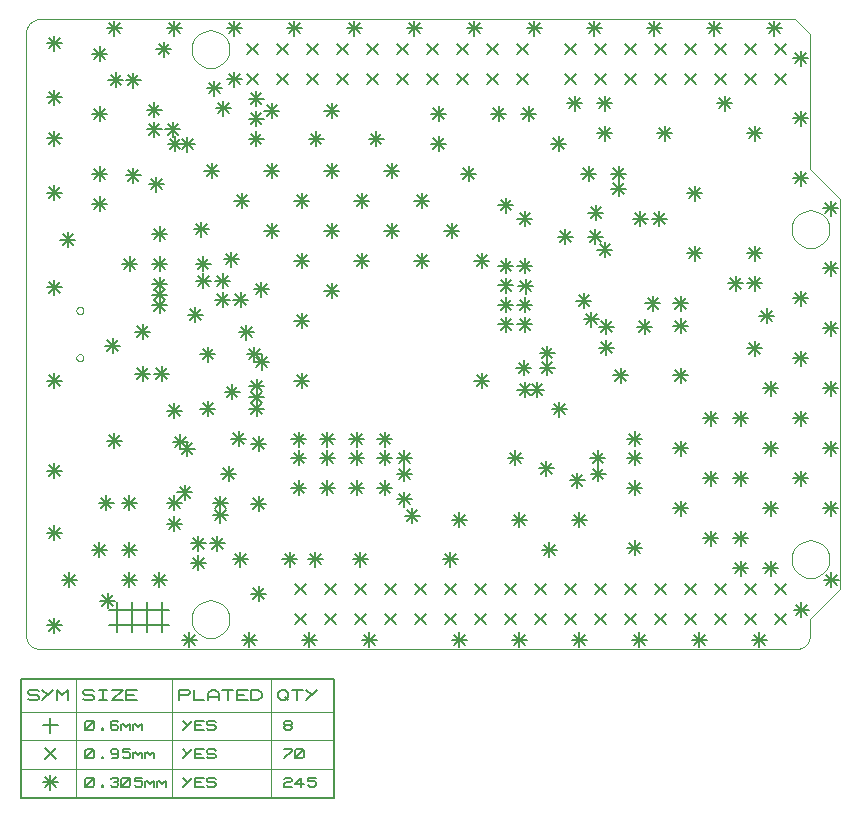
<source format=gbr>
G04 PROTEUS RS274X GERBER FILE*
%FSLAX45Y45*%
%MOMM*%
G01*
%ADD50C,0.127000*%
%ADD48C,0.025400*%
%ADD122C,0.063500*%
D50*
X+989350Y+2394700D02*
X+989350Y+2267700D01*
X+925850Y+2331200D02*
X+1052850Y+2331200D01*
X+944449Y+2376101D02*
X+1034251Y+2286299D01*
X+944449Y+2286299D02*
X+1034251Y+2376101D01*
X+989350Y+2750300D02*
X+989350Y+2623300D01*
X+925850Y+2686800D02*
X+1052850Y+2686800D01*
X+944449Y+2731701D02*
X+1034251Y+2641899D01*
X+944449Y+2641899D02*
X+1034251Y+2731701D01*
X+1263000Y+4340350D02*
X+1263000Y+4213350D01*
X+1199500Y+4276850D02*
X+1326500Y+4276850D01*
X+1218099Y+4321751D02*
X+1307901Y+4231949D01*
X+1218099Y+4231949D02*
X+1307901Y+4321751D01*
X+1672250Y+4644050D02*
X+1672250Y+4517050D01*
X+1608750Y+4580550D02*
X+1735750Y+4580550D01*
X+1627349Y+4625451D02*
X+1717151Y+4535649D01*
X+1627349Y+4535649D02*
X+1717151Y+4625451D01*
X+1367450Y+4339250D02*
X+1367450Y+4212250D01*
X+1303950Y+4275750D02*
X+1430950Y+4275750D01*
X+1322549Y+4320651D02*
X+1412351Y+4230849D01*
X+1322549Y+4230849D02*
X+1412351Y+4320651D01*
X+1596375Y+4813425D02*
X+1596375Y+4686425D01*
X+1532875Y+4749925D02*
X+1659875Y+4749925D01*
X+1551474Y+4794826D02*
X+1641276Y+4705024D01*
X+1551474Y+4705024D02*
X+1641276Y+4794826D01*
X+1953950Y+2289875D02*
X+1953950Y+2162875D01*
X+1890450Y+2226375D02*
X+2017450Y+2226375D01*
X+1909049Y+2271276D02*
X+1998851Y+2181474D01*
X+1909049Y+2181474D02*
X+1998851Y+2271276D01*
X+1953950Y+2194300D02*
X+1953950Y+2067300D01*
X+1890450Y+2130800D02*
X+2017450Y+2130800D01*
X+1909049Y+2175701D02*
X+1998851Y+2085899D01*
X+1909049Y+2085899D02*
X+1998851Y+2175701D01*
X+1953950Y+2099050D02*
X+1953950Y+1972050D01*
X+1890450Y+2035550D02*
X+2017450Y+2035550D01*
X+1909049Y+2080451D02*
X+1998851Y+1990649D01*
X+1909049Y+1990649D02*
X+1998851Y+2080451D01*
X+908050Y+4075450D02*
X+908050Y+3948450D01*
X+844550Y+4011950D02*
X+971550Y+4011950D01*
X+863149Y+4056851D02*
X+952951Y+3967049D01*
X+863149Y+3967049D02*
X+952951Y+4056851D01*
X+1499350Y+3325400D02*
X+1499350Y+3198400D01*
X+1435850Y+3261900D02*
X+1562850Y+3261900D01*
X+1454449Y+3306801D02*
X+1544251Y+3216999D01*
X+1454449Y+3216999D02*
X+1544251Y+3306801D01*
X+5153600Y+1682250D02*
X+5153600Y+1555250D01*
X+5090100Y+1618750D02*
X+5217100Y+1618750D01*
X+5108699Y+1663651D02*
X+5198501Y+1573849D01*
X+5108699Y+1573849D02*
X+5198501Y+1663651D01*
X+4842450Y+1682250D02*
X+4842450Y+1555250D01*
X+4778950Y+1618750D02*
X+4905950Y+1618750D01*
X+4797549Y+1663651D02*
X+4887351Y+1573849D01*
X+4797549Y+1573849D02*
X+4887351Y+1663651D01*
X+4412900Y+2570499D02*
X+4412900Y+2443499D01*
X+4349400Y+2506999D02*
X+4476400Y+2506999D01*
X+4367999Y+2551900D02*
X+4457801Y+2462098D01*
X+4367999Y+2462098D02*
X+4457801Y+2551900D01*
X+4412900Y+2446049D02*
X+4412900Y+2319049D01*
X+4349400Y+2382549D02*
X+4476400Y+2382549D01*
X+4367999Y+2427450D02*
X+4457801Y+2337648D01*
X+4367999Y+2337648D02*
X+4457801Y+2427450D01*
X+2311400Y+1842250D02*
X+2311400Y+1715250D01*
X+2247900Y+1778750D02*
X+2374900Y+1778750D01*
X+2266499Y+1823651D02*
X+2356301Y+1733849D01*
X+2266499Y+1733849D02*
X+2356301Y+1823651D01*
X+2551400Y+1842250D02*
X+2551400Y+1715250D01*
X+2487900Y+1778750D02*
X+2614900Y+1778750D01*
X+2506499Y+1823651D02*
X+2596301Y+1733849D01*
X+2506499Y+1733849D02*
X+2596301Y+1823651D01*
X+2799050Y+1842250D02*
X+2799050Y+1715250D01*
X+2735550Y+1778750D02*
X+2862550Y+1778750D01*
X+2754149Y+1823651D02*
X+2843951Y+1733849D01*
X+2754149Y+1733849D02*
X+2843951Y+1823651D01*
X+3039050Y+1842250D02*
X+3039050Y+1715250D01*
X+2975550Y+1778750D02*
X+3102550Y+1778750D01*
X+2994149Y+1823651D02*
X+3083951Y+1733849D01*
X+2994149Y+1733849D02*
X+3083951Y+1823651D01*
X+3039050Y+1682250D02*
X+3039050Y+1555250D01*
X+2975550Y+1618750D02*
X+3102550Y+1618750D01*
X+2994149Y+1663651D02*
X+3083951Y+1573849D01*
X+2994149Y+1573849D02*
X+3083951Y+1663651D01*
X+1620500Y+958950D02*
X+1620500Y+831950D01*
X+1557000Y+895450D02*
X+1684000Y+895450D01*
X+1575599Y+940351D02*
X+1665401Y+850549D01*
X+1575599Y+850549D02*
X+1665401Y+940351D01*
X+4724050Y+3013749D02*
X+4724050Y+2886749D01*
X+4660550Y+2950249D02*
X+4787550Y+2950249D01*
X+4679149Y+2995150D02*
X+4768951Y+2905348D01*
X+4679149Y+2905348D02*
X+4768951Y+2995150D01*
X+4821650Y+3554499D02*
X+4821650Y+3427499D01*
X+4758150Y+3490999D02*
X+4885150Y+3490999D01*
X+4776749Y+3535900D02*
X+4866551Y+3446098D01*
X+4776749Y+3446098D02*
X+4866551Y+3535900D01*
X+4901650Y+3446549D02*
X+4901650Y+3319549D01*
X+4838150Y+3383049D02*
X+4965150Y+3383049D01*
X+4856749Y+3427950D02*
X+4946551Y+3338148D01*
X+4856749Y+3338148D02*
X+4946551Y+3427950D01*
X+4064000Y+2978150D02*
X+4064000Y+2851150D01*
X+4000500Y+2914650D02*
X+4127500Y+2914650D01*
X+4019099Y+2959551D02*
X+4108901Y+2869749D01*
X+4019099Y+2869749D02*
X+4108901Y+2959551D01*
X+1933050Y+2560750D02*
X+1933050Y+2433750D01*
X+1869550Y+2497250D02*
X+1996550Y+2497250D01*
X+1888149Y+2542151D02*
X+1977951Y+2452349D01*
X+1888149Y+2452349D02*
X+1977951Y+2542151D01*
X+5018000Y+4089400D02*
X+5018000Y+3962400D01*
X+4954500Y+4025900D02*
X+5081500Y+4025900D01*
X+4973099Y+4070801D02*
X+5062901Y+3980999D01*
X+4973099Y+3980999D02*
X+5062901Y+4070801D01*
X+4064000Y+3822700D02*
X+4064000Y+3695700D01*
X+4000500Y+3759200D02*
X+4127500Y+3759200D01*
X+4019099Y+3804101D02*
X+4108901Y+3714299D01*
X+4019099Y+3714299D02*
X+4108901Y+3804101D01*
X+1948800Y+4554050D02*
X+1948800Y+4427050D01*
X+1885300Y+4490550D02*
X+2012300Y+4490550D01*
X+1903899Y+4535451D02*
X+1993701Y+4445649D01*
X+1903899Y+4445649D02*
X+1993701Y+4535451D01*
X+4787550Y+2858300D02*
X+4787550Y+2731300D01*
X+4724050Y+2794800D02*
X+4851050Y+2794800D01*
X+4742649Y+2839701D02*
X+4832451Y+2749899D01*
X+4742649Y+2749899D02*
X+4832451Y+2839701D01*
X+4229725Y+3137525D02*
X+4229725Y+3010525D01*
X+4166225Y+3074025D02*
X+4293225Y+3074025D01*
X+4184824Y+3118926D02*
X+4274626Y+3029124D01*
X+4184824Y+3029124D02*
X+4274626Y+3118926D01*
X+4224000Y+3308350D02*
X+4224000Y+3181350D01*
X+4160500Y+3244850D02*
X+4287500Y+3244850D01*
X+4179099Y+3289751D02*
X+4268901Y+3199949D01*
X+4179099Y+3199949D02*
X+4268901Y+3289751D01*
X+908050Y+4881900D02*
X+908050Y+4754900D01*
X+844550Y+4818400D02*
X+971550Y+4818400D01*
X+863149Y+4863301D02*
X+952951Y+4773499D01*
X+863149Y+4773499D02*
X+952951Y+4863301D01*
X+1948800Y+4724400D02*
X+1948800Y+4597400D01*
X+1885300Y+4660900D02*
X+2012300Y+4660900D01*
X+1903899Y+4705801D02*
X+1993701Y+4615999D01*
X+1903899Y+4615999D02*
X+1993701Y+4705801D01*
X+4143950Y+1682250D02*
X+4143950Y+1555250D01*
X+4080450Y+1618750D02*
X+4207450Y+1618750D01*
X+4099049Y+1663651D02*
X+4188851Y+1573849D01*
X+4099049Y+1573849D02*
X+4188851Y+1663651D01*
X+1541200Y+2099050D02*
X+1541200Y+1972050D01*
X+1477700Y+2035550D02*
X+1604700Y+2035550D01*
X+1496299Y+2080451D02*
X+1586101Y+1990649D01*
X+1496299Y+1990649D02*
X+1586101Y+2080451D01*
X+1666300Y+3181200D02*
X+1666300Y+3054200D01*
X+1602800Y+3117700D02*
X+1729800Y+3117700D01*
X+1621399Y+3162601D02*
X+1711201Y+3072799D01*
X+1621399Y+3072799D02*
X+1711201Y+3162601D01*
X+1541200Y+2560750D02*
X+1541200Y+2433750D01*
X+1477700Y+2497250D02*
X+1604700Y+2497250D01*
X+1496299Y+2542151D02*
X+1586101Y+2452349D01*
X+1496299Y+2452349D02*
X+1586101Y+2542151D01*
X+1996500Y+2494150D02*
X+1996500Y+2367150D01*
X+1933000Y+2430650D02*
X+2060000Y+2430650D01*
X+1951599Y+2475551D02*
X+2041401Y+2385749D01*
X+1951599Y+2385749D02*
X+2041401Y+2475551D01*
X+4216400Y+2444750D02*
X+4216400Y+2317750D01*
X+4152900Y+2381250D02*
X+4279900Y+2381250D01*
X+4171499Y+2426151D02*
X+4261301Y+2336349D01*
X+4171499Y+2336349D02*
X+4261301Y+2426151D01*
X+1666300Y+3021200D02*
X+1666300Y+2894200D01*
X+1602800Y+2957700D02*
X+1729800Y+2957700D01*
X+1621399Y+3002601D02*
X+1711201Y+2912799D01*
X+1621399Y+2912799D02*
X+1711201Y+3002601D01*
X+1149350Y+2394700D02*
X+1149350Y+2267700D01*
X+1085850Y+2331200D02*
X+1212850Y+2331200D01*
X+1104449Y+2376101D02*
X+1194251Y+2286299D01*
X+1104449Y+2286299D02*
X+1194251Y+2376101D01*
X+4224000Y+2978150D02*
X+4224000Y+2851150D01*
X+4160500Y+2914650D02*
X+4287500Y+2914650D01*
X+4179099Y+2959551D02*
X+4268901Y+2869749D01*
X+4179099Y+2869749D02*
X+4268901Y+2959551D01*
X+1818700Y+3021200D02*
X+1818700Y+2894200D01*
X+1755200Y+2957700D02*
X+1882200Y+2957700D01*
X+1773799Y+3002601D02*
X+1863601Y+2912799D01*
X+1773799Y+2912799D02*
X+1863601Y+3002601D01*
X+762000Y+4883150D02*
X+762000Y+4756150D01*
X+698500Y+4819650D02*
X+825500Y+4819650D01*
X+717099Y+4864551D02*
X+806901Y+4774749D01*
X+717099Y+4774749D02*
X+806901Y+4864551D01*
X+4064000Y+3308350D02*
X+4064000Y+3181350D01*
X+4000500Y+3244850D02*
X+4127500Y+3244850D01*
X+4019099Y+3289751D02*
X+4108901Y+3199949D01*
X+4019099Y+3199949D02*
X+4108901Y+3289751D01*
X+4064000Y+3143250D02*
X+4064000Y+3016250D01*
X+4000500Y+3079750D02*
X+4127500Y+3079750D01*
X+4019099Y+3124651D02*
X+4108901Y+3034849D01*
X+4019099Y+3034849D02*
X+4108901Y+3124651D01*
X+1244600Y+4464050D02*
X+1244600Y+4337050D01*
X+1181100Y+4400550D02*
X+1308100Y+4400550D01*
X+1199699Y+4445451D02*
X+1289501Y+4355649D01*
X+1199699Y+4355649D02*
X+1289501Y+4445451D01*
X+1363980Y+1760320D02*
X+1363980Y+1633320D01*
X+1300480Y+1696820D02*
X+1427480Y+1696820D01*
X+1319079Y+1741721D02*
X+1408881Y+1651919D01*
X+1319079Y+1651919D02*
X+1408881Y+1741721D01*
X+1501200Y+3181200D02*
X+1501200Y+3054200D01*
X+1437700Y+3117700D02*
X+1564700Y+3117700D01*
X+1456299Y+3162601D02*
X+1546101Y+3072799D01*
X+1456299Y+3072799D02*
X+1546101Y+3162601D01*
X+3204150Y+1546360D02*
X+3204150Y+1419360D01*
X+3140650Y+1482860D02*
X+3267650Y+1482860D01*
X+3159249Y+1527761D02*
X+3249051Y+1437959D01*
X+3159249Y+1437959D02*
X+3249051Y+1527761D01*
X+3204150Y+1682250D02*
X+3204150Y+1555250D01*
X+3140650Y+1618750D02*
X+3267650Y+1618750D01*
X+3159249Y+1663651D02*
X+3249051Y+1573849D01*
X+3159249Y+1573849D02*
X+3249051Y+1663651D01*
X+1646100Y+1198800D02*
X+1646100Y+1071800D01*
X+1582600Y+1135300D02*
X+1709600Y+1135300D01*
X+1601199Y+1180201D02*
X+1691001Y+1090399D01*
X+1601199Y+1090399D02*
X+1691001Y+1180201D01*
X+1646100Y+1300400D02*
X+1646100Y+1173400D01*
X+1582600Y+1236900D02*
X+1709600Y+1236900D01*
X+1601199Y+1281801D02*
X+1691001Y+1191999D01*
X+1601199Y+1191999D02*
X+1691001Y+1281801D01*
X+1131200Y+3063700D02*
X+1131200Y+2936700D01*
X+1067700Y+3000200D02*
X+1194700Y+3000200D01*
X+1086299Y+3045101D02*
X+1176101Y+2955299D01*
X+1086299Y+2955299D02*
X+1176101Y+3045101D01*
X+1306830Y+1817470D02*
X+1306830Y+1690470D01*
X+1243330Y+1753970D02*
X+1370330Y+1753970D01*
X+1261929Y+1798871D02*
X+1351731Y+1709069D01*
X+1261929Y+1709069D02*
X+1351731Y+1798871D01*
X+2311400Y+1682250D02*
X+2311400Y+1555250D01*
X+2247900Y+1618750D02*
X+2374900Y+1618750D01*
X+2266499Y+1663651D02*
X+2356301Y+1573849D01*
X+2266499Y+1573849D02*
X+2356301Y+1663651D01*
X+2799050Y+1682250D02*
X+2799050Y+1555250D01*
X+2735550Y+1618750D02*
X+2862550Y+1618750D01*
X+2754149Y+1663651D02*
X+2843951Y+1573849D01*
X+2754149Y+1573849D02*
X+2843951Y+1663651D01*
X+692150Y+474900D02*
X+692150Y+347900D01*
X+628650Y+411400D02*
X+755650Y+411400D01*
X+647249Y+456301D02*
X+737051Y+366499D01*
X+647249Y+366499D02*
X+737051Y+456301D01*
X+1257300Y+1301850D02*
X+1257300Y+1174850D01*
X+1193800Y+1238350D02*
X+1320800Y+1238350D01*
X+1212399Y+1283251D02*
X+1302201Y+1193449D01*
X+1212399Y+1193449D02*
X+1302201Y+1283251D01*
X+5018000Y+3962400D02*
X+5018000Y+3835400D01*
X+4954500Y+3898900D02*
X+5081500Y+3898900D01*
X+4973099Y+3943801D02*
X+5062901Y+3853999D01*
X+4973099Y+3853999D02*
X+5062901Y+3943801D01*
X+6170100Y+3162299D02*
X+6170100Y+3035299D01*
X+6106600Y+3098799D02*
X+6233600Y+3098799D01*
X+6125199Y+3143700D02*
X+6215001Y+3053898D01*
X+6125199Y+3053898D02*
X+6215001Y+3143700D01*
X+4064000Y+2813050D02*
X+4064000Y+2686050D01*
X+4000500Y+2749550D02*
X+4127500Y+2749550D01*
X+4019099Y+2794451D02*
X+4108901Y+2704649D01*
X+4019099Y+2704649D02*
X+4108901Y+2794451D01*
X+679450Y+1301850D02*
X+679450Y+1174850D01*
X+615950Y+1238350D02*
X+742950Y+1238350D01*
X+634549Y+1283251D02*
X+724351Y+1193449D01*
X+634549Y+1193449D02*
X+724351Y+1283251D01*
X+1460500Y+793850D02*
X+1460500Y+666850D01*
X+1397000Y+730350D02*
X+1524000Y+730350D01*
X+1415599Y+775251D02*
X+1505401Y+685449D01*
X+1415599Y+685449D02*
X+1505401Y+775251D01*
X+1460500Y+958950D02*
X+1460500Y+831950D01*
X+1397000Y+895450D02*
X+1524000Y+895450D01*
X+1415599Y+940351D02*
X+1505401Y+850549D01*
X+1415599Y+850549D02*
X+1505401Y+940351D01*
X+1346200Y+1390750D02*
X+1346200Y+1263750D01*
X+1282700Y+1327250D02*
X+1409700Y+1327250D01*
X+1301299Y+1372151D02*
X+1391101Y+1282349D01*
X+1301299Y+1282349D02*
X+1391101Y+1372151D01*
X+1800225Y+1844775D02*
X+1800225Y+1717775D01*
X+1736725Y+1781275D02*
X+1863725Y+1781275D01*
X+1755324Y+1826176D02*
X+1845126Y+1736374D01*
X+1755324Y+1736374D02*
X+1845126Y+1826176D01*
X+4224000Y+2260600D02*
X+4224000Y+2133600D01*
X+4160500Y+2197100D02*
X+4287500Y+2197100D01*
X+4179099Y+2242001D02*
X+4268901Y+2152199D01*
X+4179099Y+2152199D02*
X+4268901Y+2242001D01*
X+4325600Y+2260600D02*
X+4325600Y+2133600D01*
X+4262100Y+2197100D02*
X+4389100Y+2197100D01*
X+4280699Y+2242001D02*
X+4370501Y+2152199D01*
X+4280699Y+2152199D02*
X+4370501Y+2242001D01*
X+5154350Y+1843000D02*
X+5154350Y+1716000D01*
X+5090850Y+1779500D02*
X+5217850Y+1779500D01*
X+5109449Y+1824401D02*
X+5199251Y+1734599D01*
X+5109449Y+1734599D02*
X+5199251Y+1824401D01*
X+2551400Y+1682250D02*
X+2551400Y+1555250D01*
X+2487900Y+1618750D02*
X+2614900Y+1618750D01*
X+2506499Y+1663651D02*
X+2596301Y+1573849D01*
X+2506499Y+1573849D02*
X+2596301Y+1663651D01*
X+5238750Y+2794000D02*
X+5238750Y+2667000D01*
X+5175250Y+2730500D02*
X+5302250Y+2730500D01*
X+5193849Y+2775401D02*
X+5283651Y+2685599D01*
X+5193849Y+2685599D02*
X+5283651Y+2775401D01*
X+5201900Y+3708400D02*
X+5201900Y+3581400D01*
X+5138400Y+3644900D02*
X+5265400Y+3644900D01*
X+5156999Y+3689801D02*
X+5246801Y+3599999D01*
X+5156999Y+3599999D02*
X+5246801Y+3689801D01*
X+6010100Y+3160592D02*
X+6010100Y+3033592D01*
X+5946600Y+3097092D02*
X+6073600Y+3097092D01*
X+5965199Y+3141993D02*
X+6055001Y+3052191D01*
X+5965199Y+3052191D02*
X+6055001Y+3141993D01*
X+4224000Y+3708400D02*
X+4224000Y+3581400D01*
X+4160500Y+3644900D02*
X+4287500Y+3644900D01*
X+4179099Y+3689801D02*
X+4268901Y+3599999D01*
X+4179099Y+3599999D02*
X+4268901Y+3689801D01*
X+4914900Y+2794000D02*
X+4914900Y+2667000D01*
X+4851400Y+2730500D02*
X+4978400Y+2730500D01*
X+4869999Y+2775401D02*
X+4959801Y+2685599D01*
X+4869999Y+2685599D02*
X+4959801Y+2775401D01*
X+4224000Y+2813050D02*
X+4224000Y+2686050D01*
X+4160500Y+2749550D02*
X+4287500Y+2749550D01*
X+4179099Y+2794451D02*
X+4268901Y+2704649D01*
X+4179099Y+2704649D02*
X+4268901Y+2794451D01*
X+5361900Y+3708400D02*
X+5361900Y+3581400D01*
X+5298400Y+3644900D02*
X+5425400Y+3644900D01*
X+5316999Y+3689801D02*
X+5406801Y+3599999D01*
X+5316999Y+3599999D02*
X+5406801Y+3689801D01*
X+1131200Y+2974800D02*
X+1131200Y+2847800D01*
X+1067700Y+2911300D02*
X+1194700Y+2911300D01*
X+1086299Y+2956201D02*
X+1176101Y+2866399D01*
X+1086299Y+2866399D02*
X+1176101Y+2956201D01*
X+1131200Y+3152600D02*
X+1131200Y+3025600D01*
X+1067700Y+3089100D02*
X+1194700Y+3089100D01*
X+1086299Y+3134001D02*
X+1176101Y+3044199D01*
X+1086299Y+3044199D02*
X+1176101Y+3134001D01*
X+4407150Y+1593500D02*
X+4407150Y+1466500D01*
X+4343650Y+1530000D02*
X+4470650Y+1530000D01*
X+4362249Y+1574901D02*
X+4452051Y+1485099D01*
X+4362249Y+1485099D02*
X+4452051Y+1574901D01*
X+1948800Y+4382600D02*
X+1948800Y+4255600D01*
X+1885300Y+4319100D02*
X+2012300Y+4319100D01*
X+1903899Y+4364001D02*
X+1993701Y+4274199D01*
X+1903899Y+4274199D02*
X+1993701Y+4364001D01*
X+4914900Y+2616200D02*
X+4914900Y+2489200D01*
X+4851400Y+2552700D02*
X+4978400Y+2552700D01*
X+4869999Y+2597601D02*
X+4959801Y+2507799D01*
X+4869999Y+2507799D02*
X+4959801Y+2597601D01*
X+1765300Y+4889500D02*
X+1765300Y+4762500D01*
X+1701800Y+4826000D02*
X+1828800Y+4826000D01*
X+1720399Y+4870901D02*
X+1810201Y+4781099D01*
X+1720399Y+4781099D02*
X+1810201Y+4870901D01*
X+1746250Y+2241550D02*
X+1746250Y+2114550D01*
X+1682750Y+2178050D02*
X+1809750Y+2178050D01*
X+1701349Y+2222951D02*
X+1791151Y+2133149D01*
X+1701349Y+2133149D02*
X+1791151Y+2222951D01*
X+4826000Y+3759200D02*
X+4826000Y+3632200D01*
X+4762500Y+3695700D02*
X+4889500Y+3695700D01*
X+4781099Y+3740601D02*
X+4870901Y+3650799D01*
X+4781099Y+3650799D02*
X+4870901Y+3740601D01*
X+1168400Y+5143500D02*
X+1168400Y+5016500D01*
X+1104900Y+5080000D02*
X+1231900Y+5080000D01*
X+1123499Y+5124901D02*
X+1213301Y+5035099D01*
X+1123499Y+5035099D02*
X+1213301Y+5124901D01*
X+241300Y+5194300D02*
X+241300Y+5067300D01*
X+177800Y+5130800D02*
X+304800Y+5130800D01*
X+196399Y+5175701D02*
X+286201Y+5085899D01*
X+196399Y+5085899D02*
X+286201Y+5175701D01*
X+241300Y+4734300D02*
X+241300Y+4607300D01*
X+177800Y+4670800D02*
X+304800Y+4670800D01*
X+196399Y+4715701D02*
X+286201Y+4625899D01*
X+196399Y+4625899D02*
X+286201Y+4715701D01*
X+241300Y+4387850D02*
X+241300Y+4260850D01*
X+177800Y+4324350D02*
X+304800Y+4324350D01*
X+196399Y+4369251D02*
X+286201Y+4279449D01*
X+196399Y+4279449D02*
X+286201Y+4369251D01*
X+241300Y+3927850D02*
X+241300Y+3800850D01*
X+177800Y+3864350D02*
X+304800Y+3864350D01*
X+196399Y+3909251D02*
X+286201Y+3819449D01*
X+196399Y+3819449D02*
X+286201Y+3909251D01*
X+355600Y+3530600D02*
X+355600Y+3403600D01*
X+292100Y+3467100D02*
X+419100Y+3467100D01*
X+310699Y+3512001D02*
X+400501Y+3422199D01*
X+310699Y+3422199D02*
X+400501Y+3512001D01*
X+241650Y+3125500D02*
X+241650Y+2998500D01*
X+178150Y+3062000D02*
X+305150Y+3062000D01*
X+196749Y+3106901D02*
X+286551Y+3017099D01*
X+196749Y+3017099D02*
X+286551Y+3106901D01*
X+240001Y+2335500D02*
X+240001Y+2208500D01*
X+176501Y+2272000D02*
X+303501Y+2272000D01*
X+195100Y+2316901D02*
X+284902Y+2227099D01*
X+195100Y+2227099D02*
X+284902Y+2316901D01*
X+240001Y+1573500D02*
X+240001Y+1446500D01*
X+176501Y+1510000D02*
X+303501Y+1510000D01*
X+195100Y+1554901D02*
X+284902Y+1465099D01*
X+195100Y+1465099D02*
X+284902Y+1554901D01*
X+240250Y+265650D02*
X+240250Y+138650D01*
X+176750Y+202150D02*
X+303750Y+202150D01*
X+195349Y+247051D02*
X+285151Y+157249D01*
X+195349Y+157249D02*
X+285151Y+247051D01*
X+1383250Y+140750D02*
X+1383250Y+13750D01*
X+1319750Y+77250D02*
X+1446750Y+77250D01*
X+1338349Y+122151D02*
X+1428151Y+32349D01*
X+1338349Y+32349D02*
X+1428151Y+122151D01*
X+1891250Y+140750D02*
X+1891250Y+13750D01*
X+1827750Y+77250D02*
X+1954750Y+77250D01*
X+1846349Y+122151D02*
X+1936151Y+32349D01*
X+1846349Y+32349D02*
X+1936151Y+122151D01*
X+2399250Y+140750D02*
X+2399250Y+13750D01*
X+2335750Y+77250D02*
X+2462750Y+77250D01*
X+2354349Y+122151D02*
X+2444151Y+32349D01*
X+2354349Y+32349D02*
X+2444151Y+122151D01*
X+2907250Y+140750D02*
X+2907250Y+13750D01*
X+2843750Y+77250D02*
X+2970750Y+77250D01*
X+2862349Y+122151D02*
X+2952151Y+32349D01*
X+2862349Y+32349D02*
X+2952151Y+122151D01*
X+3669250Y+140750D02*
X+3669250Y+13750D01*
X+3605750Y+77250D02*
X+3732750Y+77250D01*
X+3624349Y+122151D02*
X+3714151Y+32349D01*
X+3624349Y+32349D02*
X+3714151Y+122151D01*
X+4177250Y+140750D02*
X+4177250Y+13750D01*
X+4113750Y+77250D02*
X+4240750Y+77250D01*
X+4132349Y+122151D02*
X+4222151Y+32349D01*
X+4132349Y+32349D02*
X+4222151Y+122151D01*
X+4685250Y+140750D02*
X+4685250Y+13750D01*
X+4621750Y+77250D02*
X+4748750Y+77250D01*
X+4640349Y+122151D02*
X+4730151Y+32349D01*
X+4640349Y+32349D02*
X+4730151Y+122151D01*
X+5193250Y+140750D02*
X+5193250Y+13750D01*
X+5129750Y+77250D02*
X+5256750Y+77250D01*
X+5148349Y+122151D02*
X+5238151Y+32349D01*
X+5148349Y+32349D02*
X+5238151Y+122151D01*
X+5701250Y+140750D02*
X+5701250Y+13750D01*
X+5637750Y+77250D02*
X+5764750Y+77250D01*
X+5656349Y+122151D02*
X+5746151Y+32349D01*
X+5656349Y+32349D02*
X+5746151Y+122151D01*
X+6209250Y+140750D02*
X+6209250Y+13750D01*
X+6145750Y+77250D02*
X+6272750Y+77250D01*
X+6164349Y+122151D02*
X+6254151Y+32349D01*
X+6164349Y+32349D02*
X+6254151Y+122151D01*
X+6564850Y+394750D02*
X+6564850Y+267750D01*
X+6501350Y+331250D02*
X+6628350Y+331250D01*
X+6519949Y+376151D02*
X+6609751Y+286349D01*
X+6519949Y+286349D02*
X+6609751Y+376151D01*
X+6818850Y+648750D02*
X+6818850Y+521750D01*
X+6755350Y+585250D02*
X+6882350Y+585250D01*
X+6773949Y+630151D02*
X+6863751Y+540349D01*
X+6773949Y+540349D02*
X+6863751Y+630151D01*
X+1129250Y+648750D02*
X+1129250Y+521750D01*
X+1065750Y+585250D02*
X+1192750Y+585250D01*
X+1084349Y+630151D02*
X+1174151Y+540349D01*
X+1084349Y+540349D02*
X+1174151Y+630151D01*
X+876300Y+1301850D02*
X+876300Y+1174850D01*
X+812800Y+1238350D02*
X+939800Y+1238350D01*
X+831399Y+1283251D02*
X+921201Y+1193449D01*
X+831399Y+1193449D02*
X+921201Y+1283251D01*
X+748001Y+1827500D02*
X+748001Y+1700500D01*
X+684501Y+1764000D02*
X+811501Y+1764000D01*
X+703100Y+1808901D02*
X+792902Y+1719099D01*
X+703100Y+1719099D02*
X+792902Y+1808901D01*
X+1256001Y+2081500D02*
X+1256001Y+1954500D01*
X+1192501Y+2018000D02*
X+1319501Y+2018000D01*
X+1211100Y+2062901D02*
X+1300902Y+1973099D01*
X+1211100Y+1973099D02*
X+1300902Y+2062901D01*
X+735301Y+2633950D02*
X+735301Y+2506950D01*
X+671801Y+2570450D02*
X+798801Y+2570450D01*
X+690400Y+2615351D02*
X+780202Y+2525549D01*
X+690400Y+2525549D02*
X+780202Y+2615351D01*
X+1433801Y+2894300D02*
X+1433801Y+2767300D01*
X+1370301Y+2830800D02*
X+1497301Y+2830800D01*
X+1388900Y+2875701D02*
X+1478702Y+2785899D01*
X+1388900Y+2785899D02*
X+1478702Y+2875701D01*
X+1865601Y+2748250D02*
X+1865601Y+2621250D01*
X+1802101Y+2684750D02*
X+1929101Y+2684750D01*
X+1820700Y+2729651D02*
X+1910502Y+2639849D01*
X+1820700Y+2639849D02*
X+1910502Y+2729651D01*
X+2336800Y+2844800D02*
X+2336800Y+2717800D01*
X+2273300Y+2781300D02*
X+2400300Y+2781300D01*
X+2291899Y+2826201D02*
X+2381701Y+2736399D01*
X+2291899Y+2736399D02*
X+2381701Y+2826201D01*
X+2336800Y+2336800D02*
X+2336800Y+2209800D01*
X+2273300Y+2273300D02*
X+2400300Y+2273300D01*
X+2291899Y+2318201D02*
X+2381701Y+2228399D01*
X+2291899Y+2228399D02*
X+2381701Y+2318201D01*
X+3860800Y+2336800D02*
X+3860800Y+2209800D01*
X+3797300Y+2273300D02*
X+3924300Y+2273300D01*
X+3815899Y+2318201D02*
X+3905701Y+2228399D01*
X+3815899Y+2228399D02*
X+3905701Y+2318201D01*
X+3606800Y+3606800D02*
X+3606800Y+3479800D01*
X+3543300Y+3543300D02*
X+3670300Y+3543300D01*
X+3561899Y+3588201D02*
X+3651701Y+3498399D01*
X+3561899Y+3498399D02*
X+3651701Y+3588201D01*
X+3098800Y+3606800D02*
X+3098800Y+3479800D01*
X+3035300Y+3543300D02*
X+3162300Y+3543300D01*
X+3053899Y+3588201D02*
X+3143701Y+3498399D01*
X+3053899Y+3498399D02*
X+3143701Y+3588201D01*
X+2590800Y+3606800D02*
X+2590800Y+3479800D01*
X+2527300Y+3543300D02*
X+2654300Y+3543300D01*
X+2545899Y+3588201D02*
X+2635701Y+3498399D01*
X+2545899Y+3498399D02*
X+2635701Y+3588201D01*
X+2336800Y+3352800D02*
X+2336800Y+3225800D01*
X+2273300Y+3289300D02*
X+2400300Y+3289300D01*
X+2291899Y+3334201D02*
X+2381701Y+3244399D01*
X+2291899Y+3244399D02*
X+2381701Y+3334201D01*
X+2082800Y+3606800D02*
X+2082800Y+3479800D01*
X+2019300Y+3543300D02*
X+2146300Y+3543300D01*
X+2037899Y+3588201D02*
X+2127701Y+3498399D01*
X+2037899Y+3498399D02*
X+2127701Y+3588201D01*
X+1828800Y+3860800D02*
X+1828800Y+3733800D01*
X+1765300Y+3797300D02*
X+1892300Y+3797300D01*
X+1783899Y+3842201D02*
X+1873701Y+3752399D01*
X+1783899Y+3752399D02*
X+1873701Y+3842201D01*
X+1574800Y+4114800D02*
X+1574800Y+3987800D01*
X+1511300Y+4051300D02*
X+1638300Y+4051300D01*
X+1529899Y+4096201D02*
X+1619701Y+4006399D01*
X+1529899Y+4006399D02*
X+1619701Y+4096201D01*
X+2082800Y+4114800D02*
X+2082800Y+3987800D01*
X+2019300Y+4051300D02*
X+2146300Y+4051300D01*
X+2037899Y+4096201D02*
X+2127701Y+4006399D01*
X+2037899Y+4006399D02*
X+2127701Y+4096201D01*
X+2590800Y+4114800D02*
X+2590800Y+3987800D01*
X+2527300Y+4051300D02*
X+2654300Y+4051300D01*
X+2545899Y+4096201D02*
X+2635701Y+4006399D01*
X+2545899Y+4006399D02*
X+2635701Y+4096201D01*
X+3098800Y+4114800D02*
X+3098800Y+3987800D01*
X+3035300Y+4051300D02*
X+3162300Y+4051300D01*
X+3053899Y+4096201D02*
X+3143701Y+4006399D01*
X+3053899Y+4006399D02*
X+3143701Y+4096201D01*
X+3352800Y+3860800D02*
X+3352800Y+3733800D01*
X+3289300Y+3797300D02*
X+3416300Y+3797300D01*
X+3307899Y+3842201D02*
X+3397701Y+3752399D01*
X+3307899Y+3752399D02*
X+3397701Y+3842201D01*
X+2844800Y+3860800D02*
X+2844800Y+3733800D01*
X+2781300Y+3797300D02*
X+2908300Y+3797300D01*
X+2799899Y+3842201D02*
X+2889701Y+3752399D01*
X+2799899Y+3752399D02*
X+2889701Y+3842201D01*
X+2336800Y+3860800D02*
X+2336800Y+3733800D01*
X+2273300Y+3797300D02*
X+2400300Y+3797300D01*
X+2291899Y+3842201D02*
X+2381701Y+3752399D01*
X+2291899Y+3752399D02*
X+2381701Y+3842201D01*
X+2456800Y+4382600D02*
X+2456800Y+4255600D01*
X+2393300Y+4319100D02*
X+2520300Y+4319100D01*
X+2411899Y+4364001D02*
X+2501701Y+4274199D01*
X+2411899Y+4274199D02*
X+2501701Y+4364001D01*
X+2964800Y+4382600D02*
X+2964800Y+4255600D01*
X+2901300Y+4319100D02*
X+3028300Y+4319100D01*
X+2919899Y+4364001D02*
X+3009701Y+4274199D01*
X+2919899Y+4274199D02*
X+3009701Y+4364001D01*
X+2590800Y+4622800D02*
X+2590800Y+4495800D01*
X+2527300Y+4559300D02*
X+2654300Y+4559300D01*
X+2545899Y+4604201D02*
X+2635701Y+4514399D01*
X+2545899Y+4514399D02*
X+2635701Y+4604201D01*
X+2082800Y+4622800D02*
X+2082800Y+4495800D01*
X+2019300Y+4559300D02*
X+2146300Y+4559300D01*
X+2037899Y+4604201D02*
X+2127701Y+4514399D01*
X+2037899Y+4514399D02*
X+2127701Y+4604201D01*
X+1485900Y+3619500D02*
X+1485900Y+3492500D01*
X+1422400Y+3556000D02*
X+1549400Y+3556000D01*
X+1440999Y+3600901D02*
X+1530801Y+3511099D01*
X+1440999Y+3511099D02*
X+1530801Y+3600901D01*
X+1739900Y+3365500D02*
X+1739900Y+3238500D01*
X+1676400Y+3302000D02*
X+1803400Y+3302000D01*
X+1694999Y+3346901D02*
X+1784801Y+3257099D01*
X+1694999Y+3257099D02*
X+1784801Y+3346901D01*
X+1993900Y+3111500D02*
X+1993900Y+2984500D01*
X+1930400Y+3048000D02*
X+2057400Y+3048000D01*
X+1948999Y+3092901D02*
X+2038801Y+3003099D01*
X+1948999Y+3003099D02*
X+2038801Y+3092901D01*
X+1104900Y+4000500D02*
X+1104900Y+3873500D01*
X+1041400Y+3937000D02*
X+1168400Y+3937000D01*
X+1059999Y+3981901D02*
X+1149801Y+3892099D01*
X+1059999Y+3892099D02*
X+1149801Y+3981901D01*
X+1131050Y+3325400D02*
X+1131050Y+3198400D01*
X+1067550Y+3261900D02*
X+1194550Y+3261900D01*
X+1086149Y+3306801D02*
X+1175951Y+3216999D01*
X+1086149Y+3216999D02*
X+1175951Y+3306801D01*
X+1131050Y+3579400D02*
X+1131050Y+3452400D01*
X+1067550Y+3515900D02*
X+1194550Y+3515900D01*
X+1086149Y+3560801D02*
X+1175951Y+3470999D01*
X+1086149Y+3470999D02*
X+1175951Y+3560801D01*
X+623050Y+4087400D02*
X+623050Y+3960400D01*
X+559550Y+4023900D02*
X+686550Y+4023900D01*
X+578149Y+4068801D02*
X+667951Y+3978999D01*
X+578149Y+3978999D02*
X+667951Y+4068801D01*
X+623050Y+4595400D02*
X+623050Y+4468400D01*
X+559550Y+4531900D02*
X+686550Y+4531900D01*
X+578149Y+4576801D02*
X+667951Y+4486999D01*
X+578149Y+4486999D02*
X+667951Y+4576801D01*
X+1084600Y+4464050D02*
X+1084600Y+4337050D01*
X+1021100Y+4400550D02*
X+1148100Y+4400550D01*
X+1039699Y+4445451D02*
X+1129501Y+4355649D01*
X+1039699Y+4355649D02*
X+1129501Y+4445451D01*
X+1084600Y+4629150D02*
X+1084600Y+4502150D01*
X+1021100Y+4565650D02*
X+1148100Y+4565650D01*
X+1039699Y+4610551D02*
X+1129501Y+4520749D01*
X+1039699Y+4520749D02*
X+1129501Y+4610551D01*
X+623050Y+5103400D02*
X+623050Y+4976400D01*
X+559550Y+5039900D02*
X+686550Y+5039900D01*
X+578149Y+5084801D02*
X+667951Y+4994999D01*
X+578149Y+4994999D02*
X+667951Y+5084801D01*
X+749300Y+5321300D02*
X+749300Y+5194300D01*
X+685800Y+5257800D02*
X+812800Y+5257800D01*
X+704399Y+5302701D02*
X+794201Y+5212899D01*
X+704399Y+5212899D02*
X+794201Y+5302701D01*
X+1257300Y+5321300D02*
X+1257300Y+5194300D01*
X+1193800Y+5257800D02*
X+1320800Y+5257800D01*
X+1212399Y+5302701D02*
X+1302201Y+5212899D01*
X+1212399Y+5212899D02*
X+1302201Y+5302701D01*
X+1765300Y+5321300D02*
X+1765300Y+5194300D01*
X+1701800Y+5257800D02*
X+1828800Y+5257800D01*
X+1720399Y+5302701D02*
X+1810201Y+5212899D01*
X+1720399Y+5212899D02*
X+1810201Y+5302701D01*
X+2273300Y+5321300D02*
X+2273300Y+5194300D01*
X+2209800Y+5257800D02*
X+2336800Y+5257800D01*
X+2228399Y+5302701D02*
X+2318201Y+5212899D01*
X+2228399Y+5212899D02*
X+2318201Y+5302701D01*
X+2781300Y+5321300D02*
X+2781300Y+5194300D01*
X+2717800Y+5257800D02*
X+2844800Y+5257800D01*
X+2736399Y+5302701D02*
X+2826201Y+5212899D01*
X+2736399Y+5212899D02*
X+2826201Y+5302701D01*
X+3289300Y+5321300D02*
X+3289300Y+5194300D01*
X+3225800Y+5257800D02*
X+3352800Y+5257800D01*
X+3244399Y+5302701D02*
X+3334201Y+5212899D01*
X+3244399Y+5212899D02*
X+3334201Y+5302701D01*
X+3797300Y+5321300D02*
X+3797300Y+5194300D01*
X+3733800Y+5257800D02*
X+3860800Y+5257800D01*
X+3752399Y+5302701D02*
X+3842201Y+5212899D01*
X+3752399Y+5212899D02*
X+3842201Y+5302701D01*
X+4305300Y+5321300D02*
X+4305300Y+5194300D01*
X+4241800Y+5257800D02*
X+4368800Y+5257800D01*
X+4260399Y+5302701D02*
X+4350201Y+5212899D01*
X+4260399Y+5212899D02*
X+4350201Y+5302701D01*
X+4813300Y+5321300D02*
X+4813300Y+5194300D01*
X+4749800Y+5257800D02*
X+4876800Y+5257800D01*
X+4768399Y+5302701D02*
X+4858201Y+5212899D01*
X+4768399Y+5212899D02*
X+4858201Y+5302701D01*
X+5321300Y+5321300D02*
X+5321300Y+5194300D01*
X+5257800Y+5257800D02*
X+5384800Y+5257800D01*
X+5276399Y+5302701D02*
X+5366201Y+5212899D01*
X+5276399Y+5212899D02*
X+5366201Y+5302701D01*
X+5829300Y+5321300D02*
X+5829300Y+5194300D01*
X+5765800Y+5257800D02*
X+5892800Y+5257800D01*
X+5784399Y+5302701D02*
X+5874201Y+5212899D01*
X+5784399Y+5212899D02*
X+5874201Y+5302701D01*
X+6337300Y+5321300D02*
X+6337300Y+5194300D01*
X+6273800Y+5257800D02*
X+6400800Y+5257800D01*
X+6292399Y+5302701D02*
X+6382201Y+5212899D01*
X+6292399Y+5212899D02*
X+6382201Y+5302701D01*
X+6559550Y+5067300D02*
X+6559550Y+4940300D01*
X+6496050Y+5003800D02*
X+6623050Y+5003800D01*
X+6514649Y+5048701D02*
X+6604451Y+4958899D01*
X+6514649Y+4958899D02*
X+6604451Y+5048701D01*
X+6559550Y+4559300D02*
X+6559550Y+4432300D01*
X+6496050Y+4495800D02*
X+6623050Y+4495800D01*
X+6514649Y+4540701D02*
X+6604451Y+4450899D01*
X+6514649Y+4450899D02*
X+6604451Y+4540701D01*
X+6559550Y+4051300D02*
X+6559550Y+3924300D01*
X+6496050Y+3987800D02*
X+6623050Y+3987800D01*
X+6514649Y+4032701D02*
X+6604451Y+3942899D01*
X+6514649Y+3942899D02*
X+6604451Y+4032701D01*
X+6813550Y+3797300D02*
X+6813550Y+3670300D01*
X+6750050Y+3733800D02*
X+6877050Y+3733800D01*
X+6768649Y+3778701D02*
X+6858451Y+3688899D01*
X+6768649Y+3688899D02*
X+6858451Y+3778701D01*
X+6813550Y+3289300D02*
X+6813550Y+3162300D01*
X+6750050Y+3225800D02*
X+6877050Y+3225800D01*
X+6768649Y+3270701D02*
X+6858451Y+3180899D01*
X+6768649Y+3180899D02*
X+6858451Y+3270701D01*
X+6813550Y+2781300D02*
X+6813550Y+2654300D01*
X+6750050Y+2717800D02*
X+6877050Y+2717800D01*
X+6768649Y+2762701D02*
X+6858451Y+2672899D01*
X+6768649Y+2672899D02*
X+6858451Y+2762701D01*
X+6813550Y+2273300D02*
X+6813550Y+2146300D01*
X+6750050Y+2209800D02*
X+6877050Y+2209800D01*
X+6768649Y+2254701D02*
X+6858451Y+2164899D01*
X+6768649Y+2164899D02*
X+6858451Y+2254701D01*
X+6813550Y+1765300D02*
X+6813550Y+1638300D01*
X+6750050Y+1701800D02*
X+6877050Y+1701800D01*
X+6768649Y+1746701D02*
X+6858451Y+1656899D01*
X+6768649Y+1656899D02*
X+6858451Y+1746701D01*
X+6813550Y+1257300D02*
X+6813550Y+1130300D01*
X+6750050Y+1193800D02*
X+6877050Y+1193800D01*
X+6768649Y+1238701D02*
X+6858451Y+1148899D01*
X+6768649Y+1148899D02*
X+6858451Y+1238701D01*
X+6305550Y+1257300D02*
X+6305550Y+1130300D01*
X+6242050Y+1193800D02*
X+6369050Y+1193800D01*
X+6260649Y+1238701D02*
X+6350451Y+1148899D01*
X+6260649Y+1148899D02*
X+6350451Y+1238701D01*
X+6305550Y+749300D02*
X+6305550Y+622300D01*
X+6242050Y+685800D02*
X+6369050Y+685800D01*
X+6260649Y+730701D02*
X+6350451Y+640899D01*
X+6260649Y+640899D02*
X+6350451Y+730701D01*
X+6051550Y+1003300D02*
X+6051550Y+876300D01*
X+5988050Y+939800D02*
X+6115050Y+939800D01*
X+6006649Y+984701D02*
X+6096451Y+894899D01*
X+6006649Y+894899D02*
X+6096451Y+984701D01*
X+6051550Y+1511300D02*
X+6051550Y+1384300D01*
X+5988050Y+1447800D02*
X+6115050Y+1447800D01*
X+6006649Y+1492701D02*
X+6096451Y+1402899D01*
X+6006649Y+1402899D02*
X+6096451Y+1492701D01*
X+6559550Y+1511300D02*
X+6559550Y+1384300D01*
X+6496050Y+1447800D02*
X+6623050Y+1447800D01*
X+6514649Y+1492701D02*
X+6604451Y+1402899D01*
X+6514649Y+1402899D02*
X+6604451Y+1492701D01*
X+6305550Y+1765300D02*
X+6305550Y+1638300D01*
X+6242050Y+1701800D02*
X+6369050Y+1701800D01*
X+6260649Y+1746701D02*
X+6350451Y+1656899D01*
X+6260649Y+1656899D02*
X+6350451Y+1746701D01*
X+6051550Y+2019300D02*
X+6051550Y+1892300D01*
X+5988050Y+1955800D02*
X+6115050Y+1955800D01*
X+6006649Y+2000701D02*
X+6096451Y+1910899D01*
X+6006649Y+1910899D02*
X+6096451Y+2000701D01*
X+6559550Y+2019300D02*
X+6559550Y+1892300D01*
X+6496050Y+1955800D02*
X+6623050Y+1955800D01*
X+6514649Y+2000701D02*
X+6604451Y+1910899D01*
X+6514649Y+1910899D02*
X+6604451Y+2000701D01*
X+6305550Y+2273300D02*
X+6305550Y+2146300D01*
X+6242050Y+2209800D02*
X+6369050Y+2209800D01*
X+6260649Y+2254701D02*
X+6350451Y+2164899D01*
X+6260649Y+2164899D02*
X+6350451Y+2254701D01*
X+6559550Y+2527300D02*
X+6559550Y+2400300D01*
X+6496050Y+2463800D02*
X+6623050Y+2463800D01*
X+6514649Y+2508701D02*
X+6604451Y+2418899D01*
X+6514649Y+2418899D02*
X+6604451Y+2508701D01*
X+6559550Y+3035300D02*
X+6559550Y+2908300D01*
X+6496050Y+2971800D02*
X+6623050Y+2971800D01*
X+6514649Y+3016701D02*
X+6604451Y+2926899D01*
X+6514649Y+2926899D02*
X+6604451Y+3016701D01*
X+6051550Y+749300D02*
X+6051550Y+622300D01*
X+5988050Y+685800D02*
X+6115050Y+685800D01*
X+6006649Y+730701D02*
X+6096451Y+640899D01*
X+6006649Y+640899D02*
X+6096451Y+730701D01*
X+5797550Y+1003300D02*
X+5797550Y+876300D01*
X+5734050Y+939800D02*
X+5861050Y+939800D01*
X+5752649Y+984701D02*
X+5842451Y+894899D01*
X+5752649Y+894899D02*
X+5842451Y+984701D01*
X+5543550Y+1257300D02*
X+5543550Y+1130300D01*
X+5480050Y+1193800D02*
X+5607050Y+1193800D01*
X+5498649Y+1238701D02*
X+5588451Y+1148899D01*
X+5498649Y+1148899D02*
X+5588451Y+1238701D01*
X+5797550Y+1511300D02*
X+5797550Y+1384300D01*
X+5734050Y+1447800D02*
X+5861050Y+1447800D01*
X+5752649Y+1492701D02*
X+5842451Y+1402899D01*
X+5752649Y+1402899D02*
X+5842451Y+1492701D01*
X+5543550Y+1765300D02*
X+5543550Y+1638300D01*
X+5480050Y+1701800D02*
X+5607050Y+1701800D01*
X+5498649Y+1746701D02*
X+5588451Y+1656899D01*
X+5498649Y+1656899D02*
X+5588451Y+1746701D01*
X+5797550Y+2019300D02*
X+5797550Y+1892300D01*
X+5734050Y+1955800D02*
X+5861050Y+1955800D01*
X+5752649Y+2000701D02*
X+5842451Y+1910899D01*
X+5752649Y+1910899D02*
X+5842451Y+2000701D01*
X+5153600Y+1428250D02*
X+5153600Y+1301250D01*
X+5090100Y+1364750D02*
X+5217100Y+1364750D01*
X+5108699Y+1409651D02*
X+5198501Y+1319849D01*
X+5108699Y+1319849D02*
X+5198501Y+1409651D01*
X+5153600Y+920250D02*
X+5153600Y+793250D01*
X+5090100Y+856750D02*
X+5217100Y+856750D01*
X+5108699Y+901651D02*
X+5198501Y+811849D01*
X+5108699Y+811849D02*
X+5198501Y+901651D01*
X+3594100Y+825500D02*
X+3594100Y+698500D01*
X+3530600Y+762000D02*
X+3657600Y+762000D01*
X+3549199Y+806901D02*
X+3639001Y+717099D01*
X+3549199Y+717099D02*
X+3639001Y+806901D01*
X+2451100Y+825500D02*
X+2451100Y+698500D01*
X+2387600Y+762000D02*
X+2514600Y+762000D01*
X+2406199Y+806901D02*
X+2496001Y+717099D01*
X+2406199Y+717099D02*
X+2496001Y+806901D01*
X+2235200Y+825500D02*
X+2235200Y+698500D01*
X+2171700Y+762000D02*
X+2298700Y+762000D01*
X+2190299Y+806901D02*
X+2280101Y+717099D01*
X+2190299Y+717099D02*
X+2280101Y+806901D01*
X+2311400Y+1428500D02*
X+2311400Y+1301500D01*
X+2247900Y+1365000D02*
X+2374900Y+1365000D01*
X+2266499Y+1409901D02*
X+2356301Y+1320099D01*
X+2266499Y+1320099D02*
X+2356301Y+1409901D01*
X+2551400Y+1428500D02*
X+2551400Y+1301500D01*
X+2487900Y+1365000D02*
X+2614900Y+1365000D01*
X+2506499Y+1409901D02*
X+2596301Y+1320099D01*
X+2506499Y+1320099D02*
X+2596301Y+1409901D01*
X+2799050Y+1428500D02*
X+2799050Y+1301500D01*
X+2735550Y+1365000D02*
X+2862550Y+1365000D01*
X+2754149Y+1409901D02*
X+2843951Y+1320099D01*
X+2754149Y+1320099D02*
X+2843951Y+1409901D01*
X+3039050Y+1428500D02*
X+3039050Y+1301500D01*
X+2975550Y+1365000D02*
X+3102550Y+1365000D01*
X+2994149Y+1409901D02*
X+3083951Y+1320099D01*
X+2994149Y+1320099D02*
X+3083951Y+1409901D01*
X+4516073Y+2095500D02*
X+4516073Y+1968500D01*
X+4452573Y+2032000D02*
X+4579573Y+2032000D01*
X+4471172Y+2076901D02*
X+4560974Y+1987099D01*
X+4471172Y+1987099D02*
X+4560974Y+2076901D01*
X+5035550Y+2381250D02*
X+5035550Y+2254250D01*
X+4972050Y+2317750D02*
X+5099050Y+2317750D01*
X+4990649Y+2362651D02*
X+5080451Y+2272849D01*
X+4990649Y+2272849D02*
X+5080451Y+2362651D01*
X+5543550Y+2381250D02*
X+5543550Y+2254250D01*
X+5480050Y+2317750D02*
X+5607050Y+2317750D01*
X+5498649Y+2362651D02*
X+5588451Y+2272849D01*
X+5498649Y+2272849D02*
X+5588451Y+2362651D01*
X+5543550Y+2800350D02*
X+5543550Y+2673350D01*
X+5480050Y+2736850D02*
X+5607050Y+2736850D01*
X+5498649Y+2781751D02*
X+5588451Y+2691949D01*
X+5498649Y+2691949D02*
X+5588451Y+2781751D01*
X+6170100Y+2609849D02*
X+6170100Y+2482849D01*
X+6106600Y+2546349D02*
X+6233600Y+2546349D01*
X+6125199Y+2591250D02*
X+6215001Y+2501448D01*
X+6125199Y+2501448D02*
X+6215001Y+2591250D01*
X+6271720Y+2884169D02*
X+6271720Y+2757169D01*
X+6208220Y+2820669D02*
X+6335220Y+2820669D01*
X+6226819Y+2865570D02*
X+6316621Y+2775768D01*
X+6226819Y+2775768D02*
X+6316621Y+2865570D01*
X+5543550Y+2990850D02*
X+5543550Y+2863850D01*
X+5480050Y+2927350D02*
X+5607050Y+2927350D01*
X+5498649Y+2972251D02*
X+5588451Y+2882449D01*
X+5498649Y+2882449D02*
X+5588451Y+2972251D01*
X+5308600Y+2990850D02*
X+5308600Y+2863850D01*
X+5245100Y+2927350D02*
X+5372100Y+2927350D01*
X+5263699Y+2972251D02*
X+5353501Y+2882449D01*
X+5263699Y+2882449D02*
X+5353501Y+2972251D01*
X+6170100Y+3416299D02*
X+6170100Y+3289299D01*
X+6106600Y+3352799D02*
X+6233600Y+3352799D01*
X+6125199Y+3397700D02*
X+6215001Y+3307898D01*
X+6125199Y+3307898D02*
X+6215001Y+3397700D01*
X+6170100Y+4432299D02*
X+6170100Y+4305299D01*
X+6106600Y+4368799D02*
X+6233600Y+4368799D01*
X+6125199Y+4413700D02*
X+6215001Y+4323898D01*
X+6125199Y+4323898D02*
X+6215001Y+4413700D01*
X+5916100Y+4686299D02*
X+5916100Y+4559299D01*
X+5852600Y+4622799D02*
X+5979600Y+4622799D01*
X+5871199Y+4667700D02*
X+5961001Y+4577898D01*
X+5871199Y+4577898D02*
X+5961001Y+4667700D01*
X+5662100Y+3924299D02*
X+5662100Y+3797299D01*
X+5598600Y+3860799D02*
X+5725600Y+3860799D01*
X+5617199Y+3905700D02*
X+5707001Y+3815898D01*
X+5617199Y+3815898D02*
X+5707001Y+3905700D01*
X+5662100Y+3416299D02*
X+5662100Y+3289299D01*
X+5598600Y+3352799D02*
X+5725600Y+3352799D01*
X+5617199Y+3397700D02*
X+5707001Y+3307898D01*
X+5617199Y+3307898D02*
X+5707001Y+3397700D01*
X+5408100Y+4432299D02*
X+5408100Y+4305299D01*
X+5344600Y+4368799D02*
X+5471600Y+4368799D01*
X+5363199Y+4413700D02*
X+5453001Y+4323898D01*
X+5363199Y+4323898D02*
X+5453001Y+4413700D01*
X+4900100Y+4686299D02*
X+4900100Y+4559299D01*
X+4836600Y+4622799D02*
X+4963600Y+4622799D01*
X+4855199Y+4667700D02*
X+4945001Y+4577898D01*
X+4855199Y+4577898D02*
X+4945001Y+4667700D01*
X+4900100Y+4432299D02*
X+4900100Y+4305299D01*
X+4836600Y+4368799D02*
X+4963600Y+4368799D01*
X+4855199Y+4413700D02*
X+4945001Y+4323898D01*
X+4855199Y+4323898D02*
X+4945001Y+4413700D01*
X+4646100Y+4686299D02*
X+4646100Y+4559299D01*
X+4582600Y+4622799D02*
X+4709600Y+4622799D01*
X+4601199Y+4667700D02*
X+4691001Y+4577898D01*
X+4601199Y+4577898D02*
X+4691001Y+4667700D01*
X+4764000Y+4089400D02*
X+4764000Y+3962400D01*
X+4700500Y+4025900D02*
X+4827500Y+4025900D01*
X+4719099Y+4070801D02*
X+4808901Y+3980999D01*
X+4719099Y+3980999D02*
X+4808901Y+4070801D01*
X+4510000Y+4343400D02*
X+4510000Y+4216400D01*
X+4446500Y+4279900D02*
X+4573500Y+4279900D01*
X+4465099Y+4324801D02*
X+4554901Y+4234999D01*
X+4465099Y+4234999D02*
X+4554901Y+4324801D01*
X+4256000Y+4597400D02*
X+4256000Y+4470400D01*
X+4192500Y+4533900D02*
X+4319500Y+4533900D01*
X+4211099Y+4578801D02*
X+4300901Y+4488999D01*
X+4211099Y+4488999D02*
X+4300901Y+4578801D01*
X+4002000Y+4597400D02*
X+4002000Y+4470400D01*
X+3938500Y+4533900D02*
X+4065500Y+4533900D01*
X+3957099Y+4578801D02*
X+4046901Y+4488999D01*
X+3957099Y+4488999D02*
X+4046901Y+4578801D01*
X+3748000Y+4089400D02*
X+3748000Y+3962400D01*
X+3684500Y+4025900D02*
X+3811500Y+4025900D01*
X+3703099Y+4070801D02*
X+3792901Y+3980999D01*
X+3703099Y+3980999D02*
X+3792901Y+4070801D01*
X+3494000Y+4597400D02*
X+3494000Y+4470400D01*
X+3430500Y+4533900D02*
X+3557500Y+4533900D01*
X+3449099Y+4578801D02*
X+3538901Y+4488999D01*
X+3449099Y+4488999D02*
X+3538901Y+4578801D01*
X+3494000Y+4343400D02*
X+3494000Y+4216400D01*
X+3430500Y+4279900D02*
X+3557500Y+4279900D01*
X+3449099Y+4324801D02*
X+3538901Y+4234999D01*
X+3449099Y+4234999D02*
X+3538901Y+4324801D01*
X+1970000Y+533530D02*
X+1970000Y+406530D01*
X+1906500Y+470030D02*
X+2033500Y+470030D01*
X+1925099Y+514931D02*
X+2014901Y+425129D01*
X+1925099Y+425129D02*
X+2014901Y+514931D01*
X+1970000Y+1295400D02*
X+1970000Y+1168400D01*
X+1906500Y+1231900D02*
X+2033500Y+1231900D01*
X+1925099Y+1276801D02*
X+2014901Y+1186999D01*
X+1925099Y+1186999D02*
X+2014901Y+1276801D01*
X+1970000Y+1803400D02*
X+1970000Y+1676400D01*
X+1906500Y+1739900D02*
X+2033500Y+1739900D01*
X+1925099Y+1784801D02*
X+2014901Y+1694999D01*
X+1925099Y+1694999D02*
X+2014901Y+1784801D01*
X+4567650Y+3554499D02*
X+4567650Y+3427499D01*
X+4504150Y+3490999D02*
X+4631150Y+3490999D01*
X+4522749Y+3535900D02*
X+4612551Y+3446098D01*
X+4522749Y+3446098D02*
X+4612551Y+3535900D01*
X+3204150Y+1333000D02*
X+3204150Y+1206000D01*
X+3140650Y+1269500D02*
X+3267650Y+1269500D01*
X+3159249Y+1314401D02*
X+3249051Y+1224599D01*
X+3159249Y+1224599D02*
X+3249051Y+1314401D01*
X+3270250Y+1193800D02*
X+3270250Y+1066800D01*
X+3206750Y+1130300D02*
X+3333750Y+1130300D01*
X+3225349Y+1175201D02*
X+3315151Y+1085399D01*
X+3225349Y+1085399D02*
X+3315151Y+1175201D01*
X+2832100Y+825500D02*
X+2832100Y+698500D01*
X+2768600Y+762000D02*
X+2895600Y+762000D01*
X+2787199Y+806901D02*
X+2877001Y+717099D01*
X+2787199Y+717099D02*
X+2877001Y+806901D01*
X+1816100Y+825500D02*
X+1816100Y+698500D01*
X+1752600Y+762000D02*
X+1879600Y+762000D01*
X+1771199Y+806901D02*
X+1861001Y+717099D01*
X+1771199Y+717099D02*
X+1861001Y+806901D01*
X+240200Y+1046749D02*
X+240200Y+919749D01*
X+176700Y+983249D02*
X+303700Y+983249D01*
X+195299Y+1028150D02*
X+285101Y+938348D01*
X+195299Y+938348D02*
X+285101Y+1028150D01*
X+875250Y+648750D02*
X+875250Y+521750D01*
X+811750Y+585250D02*
X+938750Y+585250D01*
X+830349Y+630151D02*
X+920151Y+540349D01*
X+830349Y+540349D02*
X+920151Y+630151D01*
X+367250Y+648750D02*
X+367250Y+521750D01*
X+303750Y+585250D02*
X+430750Y+585250D01*
X+322349Y+630151D02*
X+412151Y+540349D01*
X+322349Y+540349D02*
X+412151Y+630151D01*
X+621250Y+902750D02*
X+621250Y+775750D01*
X+557750Y+839250D02*
X+684750Y+839250D01*
X+576349Y+884151D02*
X+666151Y+794349D01*
X+576349Y+794349D02*
X+666151Y+884151D01*
X+875250Y+902750D02*
X+875250Y+775750D01*
X+811750Y+839250D02*
X+938750Y+839250D01*
X+830349Y+884151D02*
X+920151Y+794349D01*
X+830349Y+794349D02*
X+920151Y+884151D01*
X+1257300Y+1124050D02*
X+1257300Y+997050D01*
X+1193800Y+1060550D02*
X+1320800Y+1060550D01*
X+1212399Y+1105451D02*
X+1302201Y+1015649D01*
X+1212399Y+1015649D02*
X+1302201Y+1105451D01*
X+3860800Y+3352800D02*
X+3860800Y+3225800D01*
X+3797300Y+3289300D02*
X+3924300Y+3289300D01*
X+3815899Y+3334201D02*
X+3905701Y+3244399D01*
X+3815899Y+3244399D02*
X+3905701Y+3334201D01*
X+3352800Y+3352800D02*
X+3352800Y+3225800D01*
X+3289300Y+3289300D02*
X+3416300Y+3289300D01*
X+3307899Y+3334201D02*
X+3397701Y+3244399D01*
X+3307899Y+3244399D02*
X+3397701Y+3334201D01*
X+2844800Y+3352800D02*
X+2844800Y+3225800D01*
X+2781300Y+3289300D02*
X+2908300Y+3289300D01*
X+2799899Y+3334201D02*
X+2889701Y+3244399D01*
X+2799899Y+3244399D02*
X+2889701Y+3334201D01*
X+2590800Y+3098800D02*
X+2590800Y+2971800D01*
X+2527300Y+3035300D02*
X+2654300Y+3035300D01*
X+2545899Y+3080201D02*
X+2635701Y+2990399D01*
X+2545899Y+2990399D02*
X+2635701Y+3080201D01*
X+1716000Y+1549400D02*
X+1716000Y+1422400D01*
X+1652500Y+1485900D02*
X+1779500Y+1485900D01*
X+1671099Y+1530801D02*
X+1760901Y+1440999D01*
X+1671099Y+1440999D02*
X+1760901Y+1530801D01*
X+3669250Y+1156750D02*
X+3669250Y+1029750D01*
X+3605750Y+1093250D02*
X+3732750Y+1093250D01*
X+3624349Y+1138151D02*
X+3714151Y+1048349D01*
X+3624349Y+1048349D02*
X+3714151Y+1138151D01*
X+4177250Y+1156750D02*
X+4177250Y+1029750D01*
X+4113750Y+1093250D02*
X+4240750Y+1093250D01*
X+4132349Y+1138151D02*
X+4222151Y+1048349D01*
X+4132349Y+1048349D02*
X+4222151Y+1138151D01*
X+4685250Y+1156750D02*
X+4685250Y+1029750D01*
X+4621750Y+1093250D02*
X+4748750Y+1093250D01*
X+4640349Y+1138151D02*
X+4730151Y+1048349D01*
X+4640349Y+1048349D02*
X+4730151Y+1138151D01*
X+4431250Y+902750D02*
X+4431250Y+775750D01*
X+4367750Y+839250D02*
X+4494750Y+839250D01*
X+4386349Y+884151D02*
X+4476151Y+794349D01*
X+4386349Y+794349D02*
X+4476151Y+884151D01*
X+4667250Y+1493500D02*
X+4667250Y+1366500D01*
X+4603750Y+1430000D02*
X+4730750Y+1430000D01*
X+4622349Y+1474901D02*
X+4712151Y+1385099D01*
X+4622349Y+1385099D02*
X+4712151Y+1474901D01*
X+4845050Y+1546860D02*
X+4845050Y+1419860D01*
X+4781550Y+1483360D02*
X+4908550Y+1483360D01*
X+4800149Y+1528261D02*
X+4889951Y+1438459D01*
X+4800149Y+1438459D02*
X+4889951Y+1528261D01*
X+877050Y+3325400D02*
X+877050Y+3198400D01*
X+813550Y+3261900D02*
X+940550Y+3261900D01*
X+832149Y+3306801D02*
X+921951Y+3216999D01*
X+832149Y+3216999D02*
X+921951Y+3306801D01*
X+623050Y+3833400D02*
X+623050Y+3706400D01*
X+559550Y+3769900D02*
X+686550Y+3769900D01*
X+578149Y+3814801D02*
X+667951Y+3724999D01*
X+578149Y+3724999D02*
X+667951Y+3814801D01*
X+1149350Y+271700D02*
X+1149350Y+144700D01*
X+1085850Y+208200D02*
X+1212850Y+208200D01*
X+1149350Y+398700D02*
X+1149350Y+271700D01*
X+1085850Y+335200D02*
X+1212850Y+335200D01*
X+1022350Y+271700D02*
X+1022350Y+144700D01*
X+958850Y+208200D02*
X+1085850Y+208200D01*
X+1022350Y+398700D02*
X+1022350Y+271700D01*
X+958850Y+335200D02*
X+1085850Y+335200D01*
X+895350Y+271700D02*
X+895350Y+144700D01*
X+831850Y+208200D02*
X+958850Y+208200D01*
X+895350Y+398700D02*
X+895350Y+271700D01*
X+831850Y+335200D02*
X+958850Y+335200D01*
X+768350Y+271700D02*
X+768350Y+144700D01*
X+704850Y+208200D02*
X+831850Y+208200D01*
X+768350Y+398700D02*
X+768350Y+271700D01*
X+704850Y+335200D02*
X+831850Y+335200D01*
X+4819199Y+552901D02*
X+4909001Y+463099D01*
X+4819199Y+463099D02*
X+4909001Y+552901D01*
X+5073199Y+552901D02*
X+5163001Y+463099D01*
X+5073199Y+463099D02*
X+5163001Y+552901D01*
X+5327199Y+552901D02*
X+5417001Y+463099D01*
X+5327199Y+463099D02*
X+5417001Y+552901D01*
X+5581199Y+552901D02*
X+5671001Y+463099D01*
X+5581199Y+463099D02*
X+5671001Y+552901D01*
X+5835199Y+552901D02*
X+5925001Y+463099D01*
X+5835199Y+463099D02*
X+5925001Y+552901D01*
X+6089199Y+552901D02*
X+6179001Y+463099D01*
X+6089199Y+463099D02*
X+6179001Y+552901D01*
X+6343199Y+552901D02*
X+6433001Y+463099D01*
X+6343199Y+463099D02*
X+6433001Y+552901D01*
X+4819199Y+298901D02*
X+4909001Y+209099D01*
X+4819199Y+209099D02*
X+4909001Y+298901D01*
X+5073199Y+298901D02*
X+5163001Y+209099D01*
X+5073199Y+209099D02*
X+5163001Y+298901D01*
X+5327199Y+298901D02*
X+5417001Y+209099D01*
X+5327199Y+209099D02*
X+5417001Y+298901D01*
X+5581199Y+298901D02*
X+5671001Y+209099D01*
X+5581199Y+209099D02*
X+5671001Y+298901D01*
X+5835199Y+298901D02*
X+5925001Y+209099D01*
X+5835199Y+209099D02*
X+5925001Y+298901D01*
X+6089199Y+298901D02*
X+6179001Y+209099D01*
X+6089199Y+209099D02*
X+6179001Y+298901D01*
X+6343199Y+298901D02*
X+6433001Y+209099D01*
X+6343199Y+209099D02*
X+6433001Y+298901D01*
X+2279199Y+552901D02*
X+2369001Y+463099D01*
X+2279199Y+463099D02*
X+2369001Y+552901D01*
X+2533199Y+552901D02*
X+2623001Y+463099D01*
X+2533199Y+463099D02*
X+2623001Y+552901D01*
X+2787199Y+552901D02*
X+2877001Y+463099D01*
X+2787199Y+463099D02*
X+2877001Y+552901D01*
X+3041199Y+552901D02*
X+3131001Y+463099D01*
X+3041199Y+463099D02*
X+3131001Y+552901D01*
X+3295199Y+552901D02*
X+3385001Y+463099D01*
X+3295199Y+463099D02*
X+3385001Y+552901D01*
X+3549199Y+552901D02*
X+3639001Y+463099D01*
X+3549199Y+463099D02*
X+3639001Y+552901D01*
X+3803199Y+552901D02*
X+3893001Y+463099D01*
X+3803199Y+463099D02*
X+3893001Y+552901D01*
X+4057199Y+552901D02*
X+4147001Y+463099D01*
X+4057199Y+463099D02*
X+4147001Y+552901D01*
X+4311199Y+552901D02*
X+4401001Y+463099D01*
X+4311199Y+463099D02*
X+4401001Y+552901D01*
X+4565199Y+552901D02*
X+4655001Y+463099D01*
X+4565199Y+463099D02*
X+4655001Y+552901D01*
X+2279199Y+298901D02*
X+2369001Y+209099D01*
X+2279199Y+209099D02*
X+2369001Y+298901D01*
X+2533199Y+298901D02*
X+2623001Y+209099D01*
X+2533199Y+209099D02*
X+2623001Y+298901D01*
X+2787199Y+298901D02*
X+2877001Y+209099D01*
X+2787199Y+209099D02*
X+2877001Y+298901D01*
X+3041199Y+298901D02*
X+3131001Y+209099D01*
X+3041199Y+209099D02*
X+3131001Y+298901D01*
X+3295199Y+298901D02*
X+3385001Y+209099D01*
X+3295199Y+209099D02*
X+3385001Y+298901D01*
X+3549199Y+298901D02*
X+3639001Y+209099D01*
X+3549199Y+209099D02*
X+3639001Y+298901D01*
X+3803199Y+298901D02*
X+3893001Y+209099D01*
X+3803199Y+209099D02*
X+3893001Y+298901D01*
X+4057199Y+298901D02*
X+4147001Y+209099D01*
X+4057199Y+209099D02*
X+4147001Y+298901D01*
X+4311199Y+298901D02*
X+4401001Y+209099D01*
X+4311199Y+209099D02*
X+4401001Y+298901D01*
X+4565199Y+298901D02*
X+4655001Y+209099D01*
X+4565199Y+209099D02*
X+4655001Y+298901D01*
X+1872799Y+5124901D02*
X+1962601Y+5035099D01*
X+1872799Y+5035099D02*
X+1962601Y+5124901D01*
X+2126799Y+5124901D02*
X+2216601Y+5035099D01*
X+2126799Y+5035099D02*
X+2216601Y+5124901D01*
X+2380799Y+5124901D02*
X+2470601Y+5035099D01*
X+2380799Y+5035099D02*
X+2470601Y+5124901D01*
X+2634799Y+5124901D02*
X+2724601Y+5035099D01*
X+2634799Y+5035099D02*
X+2724601Y+5124901D01*
X+2888799Y+5124901D02*
X+2978601Y+5035099D01*
X+2888799Y+5035099D02*
X+2978601Y+5124901D01*
X+3142799Y+5124901D02*
X+3232601Y+5035099D01*
X+3142799Y+5035099D02*
X+3232601Y+5124901D01*
X+3396799Y+5124901D02*
X+3486601Y+5035099D01*
X+3396799Y+5035099D02*
X+3486601Y+5124901D01*
X+3650799Y+5124901D02*
X+3740601Y+5035099D01*
X+3650799Y+5035099D02*
X+3740601Y+5124901D01*
X+3904799Y+5124901D02*
X+3994601Y+5035099D01*
X+3904799Y+5035099D02*
X+3994601Y+5124901D01*
X+4158799Y+5124901D02*
X+4248601Y+5035099D01*
X+4158799Y+5035099D02*
X+4248601Y+5124901D01*
X+1872799Y+4870901D02*
X+1962601Y+4781099D01*
X+1872799Y+4781099D02*
X+1962601Y+4870901D01*
X+2126799Y+4870901D02*
X+2216601Y+4781099D01*
X+2126799Y+4781099D02*
X+2216601Y+4870901D01*
X+2380799Y+4870901D02*
X+2470601Y+4781099D01*
X+2380799Y+4781099D02*
X+2470601Y+4870901D01*
X+2634799Y+4870901D02*
X+2724601Y+4781099D01*
X+2634799Y+4781099D02*
X+2724601Y+4870901D01*
X+2888799Y+4870901D02*
X+2978601Y+4781099D01*
X+2888799Y+4781099D02*
X+2978601Y+4870901D01*
X+3142799Y+4870901D02*
X+3232601Y+4781099D01*
X+3142799Y+4781099D02*
X+3232601Y+4870901D01*
X+3396799Y+4870901D02*
X+3486601Y+4781099D01*
X+3396799Y+4781099D02*
X+3486601Y+4870901D01*
X+3650799Y+4870901D02*
X+3740601Y+4781099D01*
X+3650799Y+4781099D02*
X+3740601Y+4870901D01*
X+3904799Y+4870901D02*
X+3994601Y+4781099D01*
X+3904799Y+4781099D02*
X+3994601Y+4870901D01*
X+4158799Y+4870901D02*
X+4248601Y+4781099D01*
X+4158799Y+4781099D02*
X+4248601Y+4870901D01*
X+4565199Y+5124901D02*
X+4655001Y+5035099D01*
X+4565199Y+5035099D02*
X+4655001Y+5124901D01*
X+4819199Y+5124901D02*
X+4909001Y+5035099D01*
X+4819199Y+5035099D02*
X+4909001Y+5124901D01*
X+5073199Y+5124901D02*
X+5163001Y+5035099D01*
X+5073199Y+5035099D02*
X+5163001Y+5124901D01*
X+5327199Y+5124901D02*
X+5417001Y+5035099D01*
X+5327199Y+5035099D02*
X+5417001Y+5124901D01*
X+5581199Y+5124901D02*
X+5671001Y+5035099D01*
X+5581199Y+5035099D02*
X+5671001Y+5124901D01*
X+5835199Y+5124901D02*
X+5925001Y+5035099D01*
X+5835199Y+5035099D02*
X+5925001Y+5124901D01*
X+6089199Y+5124901D02*
X+6179001Y+5035099D01*
X+6089199Y+5035099D02*
X+6179001Y+5124901D01*
X+6343199Y+5124901D02*
X+6433001Y+5035099D01*
X+6343199Y+5035099D02*
X+6433001Y+5124901D01*
X+4565199Y+4870901D02*
X+4655001Y+4781099D01*
X+4565199Y+4781099D02*
X+4655001Y+4870901D01*
X+4819199Y+4870901D02*
X+4909001Y+4781099D01*
X+4819199Y+4781099D02*
X+4909001Y+4870901D01*
X+5073199Y+4870901D02*
X+5163001Y+4781099D01*
X+5073199Y+4781099D02*
X+5163001Y+4870901D01*
X+5327199Y+4870901D02*
X+5417001Y+4781099D01*
X+5327199Y+4781099D02*
X+5417001Y+4870901D01*
X+5581199Y+4870901D02*
X+5671001Y+4781099D01*
X+5581199Y+4781099D02*
X+5671001Y+4870901D01*
X+5835199Y+4870901D02*
X+5925001Y+4781099D01*
X+5835199Y+4781099D02*
X+5925001Y+4870901D01*
X+6089199Y+4870901D02*
X+6179001Y+4781099D01*
X+6089199Y+4781099D02*
X+6179001Y+4870901D01*
X+6343199Y+4870901D02*
X+6433001Y+4781099D01*
X+6343199Y+4781099D02*
X+6433001Y+4870901D01*
D48*
X+6800850Y+762000D02*
X+6800320Y+774958D01*
X+6796016Y+800876D01*
X+6787025Y+826794D01*
X+6772380Y+852712D01*
X+6749976Y+878466D01*
X+6724058Y+897958D01*
X+6698140Y+910530D01*
X+6672222Y+917866D01*
X+6646304Y+920694D01*
X+6642100Y+920750D01*
X+6483350Y+762000D02*
X+6483880Y+774958D01*
X+6488184Y+800876D01*
X+6497175Y+826794D01*
X+6511820Y+852712D01*
X+6534224Y+878466D01*
X+6560142Y+897958D01*
X+6586060Y+910530D01*
X+6611978Y+917866D01*
X+6637896Y+920694D01*
X+6642100Y+920750D01*
X+6483350Y+762000D02*
X+6483880Y+749042D01*
X+6488184Y+723124D01*
X+6497175Y+697206D01*
X+6511820Y+671288D01*
X+6534224Y+645534D01*
X+6560142Y+626042D01*
X+6586060Y+613470D01*
X+6611978Y+606134D01*
X+6637896Y+603306D01*
X+6642100Y+603250D01*
X+6800850Y+762000D02*
X+6800320Y+749042D01*
X+6796016Y+723124D01*
X+6787025Y+697206D01*
X+6772380Y+671288D01*
X+6749976Y+645534D01*
X+6724058Y+626042D01*
X+6698140Y+613470D01*
X+6672222Y+606134D01*
X+6646304Y+603306D01*
X+6642100Y+603250D01*
X+6800850Y+3556000D02*
X+6800320Y+3568958D01*
X+6796016Y+3594876D01*
X+6787025Y+3620794D01*
X+6772380Y+3646712D01*
X+6749976Y+3672466D01*
X+6724058Y+3691958D01*
X+6698140Y+3704530D01*
X+6672222Y+3711866D01*
X+6646304Y+3714694D01*
X+6642100Y+3714750D01*
X+6483350Y+3556000D02*
X+6483880Y+3568958D01*
X+6488184Y+3594876D01*
X+6497175Y+3620794D01*
X+6511820Y+3646712D01*
X+6534224Y+3672466D01*
X+6560142Y+3691958D01*
X+6586060Y+3704530D01*
X+6611978Y+3711866D01*
X+6637896Y+3714694D01*
X+6642100Y+3714750D01*
X+6483350Y+3556000D02*
X+6483880Y+3543042D01*
X+6488184Y+3517124D01*
X+6497175Y+3491206D01*
X+6511820Y+3465288D01*
X+6534224Y+3439534D01*
X+6560142Y+3420042D01*
X+6586060Y+3407470D01*
X+6611978Y+3400134D01*
X+6637896Y+3397306D01*
X+6642100Y+3397250D01*
X+6800850Y+3556000D02*
X+6800320Y+3543042D01*
X+6796016Y+3517124D01*
X+6787025Y+3491206D01*
X+6772380Y+3465288D01*
X+6749976Y+3439534D01*
X+6724058Y+3420042D01*
X+6698140Y+3407470D01*
X+6672222Y+3400134D01*
X+6646304Y+3397306D01*
X+6642100Y+3397250D01*
X+1720850Y+5080000D02*
X+1720320Y+5092958D01*
X+1716016Y+5118876D01*
X+1707025Y+5144794D01*
X+1692380Y+5170712D01*
X+1669976Y+5196466D01*
X+1644058Y+5215958D01*
X+1618140Y+5228530D01*
X+1592222Y+5235866D01*
X+1566304Y+5238694D01*
X+1562100Y+5238750D01*
X+1403350Y+5080000D02*
X+1403880Y+5092958D01*
X+1408184Y+5118876D01*
X+1417175Y+5144794D01*
X+1431820Y+5170712D01*
X+1454224Y+5196466D01*
X+1480142Y+5215958D01*
X+1506060Y+5228530D01*
X+1531978Y+5235866D01*
X+1557896Y+5238694D01*
X+1562100Y+5238750D01*
X+1403350Y+5080000D02*
X+1403880Y+5067042D01*
X+1408184Y+5041124D01*
X+1417175Y+5015206D01*
X+1431820Y+4989288D01*
X+1454224Y+4963534D01*
X+1480142Y+4944042D01*
X+1506060Y+4931470D01*
X+1531978Y+4924134D01*
X+1557896Y+4921306D01*
X+1562100Y+4921250D01*
X+1720850Y+5080000D02*
X+1720320Y+5067042D01*
X+1716016Y+5041124D01*
X+1707025Y+5015206D01*
X+1692380Y+4989288D01*
X+1669976Y+4963534D01*
X+1644058Y+4944042D01*
X+1618140Y+4931470D01*
X+1592222Y+4924134D01*
X+1566304Y+4921306D01*
X+1562100Y+4921250D01*
X+1720850Y+254000D02*
X+1720320Y+266958D01*
X+1716016Y+292876D01*
X+1707025Y+318794D01*
X+1692380Y+344712D01*
X+1669976Y+370466D01*
X+1644058Y+389958D01*
X+1618140Y+402530D01*
X+1592222Y+409866D01*
X+1566304Y+412694D01*
X+1562100Y+412750D01*
X+1403350Y+254000D02*
X+1403880Y+266958D01*
X+1408184Y+292876D01*
X+1417175Y+318794D01*
X+1431820Y+344712D01*
X+1454224Y+370466D01*
X+1480142Y+389958D01*
X+1506060Y+402530D01*
X+1531978Y+409866D01*
X+1557896Y+412694D01*
X+1562100Y+412750D01*
X+1403350Y+254000D02*
X+1403880Y+241042D01*
X+1408184Y+215124D01*
X+1417175Y+189206D01*
X+1431820Y+163288D01*
X+1454224Y+137534D01*
X+1480142Y+118042D01*
X+1506060Y+105470D01*
X+1531978Y+98134D01*
X+1557896Y+95306D01*
X+1562100Y+95250D01*
X+1720850Y+254000D02*
X+1720320Y+241042D01*
X+1716016Y+215124D01*
X+1707025Y+189206D01*
X+1692380Y+163288D01*
X+1669976Y+137534D01*
X+1644058Y+118042D01*
X+1618140Y+105470D01*
X+1592222Y+98134D01*
X+1566304Y+95306D01*
X+1562100Y+95250D01*
X+127000Y+0D02*
X+101032Y+2527D01*
X+77018Y+9798D01*
X+55423Y+21347D01*
X+36711Y+36711D01*
X+21348Y+55423D01*
X+9798Y+77018D01*
X+2527Y+101032D01*
X+0Y+127000D01*
X+0Y+5207000D01*
X+2527Y+5232967D01*
X+9798Y+5256981D01*
X+21348Y+5278577D01*
X+36711Y+5297289D01*
X+55423Y+5312652D01*
X+77018Y+5324202D01*
X+101032Y+5331473D01*
X+127000Y+5334000D01*
X+6515100Y+5334000D01*
X+6642100Y+5207000D01*
X+6642100Y+4064000D01*
X+6896100Y+3810000D01*
X+6896100Y+508000D01*
X+6642100Y+254000D01*
X+6642100Y+127000D01*
X+6639573Y+101032D01*
X+6632302Y+77018D01*
X+6620752Y+55423D01*
X+6605389Y+36711D01*
X+6586677Y+21347D01*
X+6565081Y+9798D01*
X+6541067Y+2527D01*
X+6515100Y+0D01*
X+127000Y+0D01*
X+486650Y+2467000D02*
X+486547Y+2469489D01*
X+485705Y+2474469D01*
X+483945Y+2479449D01*
X+481068Y+2484429D01*
X+476667Y+2489345D01*
X+471687Y+2492959D01*
X+466707Y+2495264D01*
X+461727Y+2496567D01*
X+456747Y+2497000D01*
X+456650Y+2497000D01*
X+426650Y+2467000D02*
X+426753Y+2469489D01*
X+427595Y+2474469D01*
X+429355Y+2479449D01*
X+432232Y+2484429D01*
X+436633Y+2489345D01*
X+441613Y+2492959D01*
X+446593Y+2495264D01*
X+451573Y+2496567D01*
X+456553Y+2497000D01*
X+456650Y+2497000D01*
X+426650Y+2467000D02*
X+426753Y+2464511D01*
X+427595Y+2459531D01*
X+429355Y+2454551D01*
X+432232Y+2449571D01*
X+436633Y+2444655D01*
X+441613Y+2441041D01*
X+446593Y+2438736D01*
X+451573Y+2437433D01*
X+456553Y+2437000D01*
X+456650Y+2437000D01*
X+486650Y+2467000D02*
X+486547Y+2464511D01*
X+485705Y+2459531D01*
X+483945Y+2454551D01*
X+481068Y+2449571D01*
X+476667Y+2444655D01*
X+471687Y+2441041D01*
X+466707Y+2438736D01*
X+461727Y+2437433D01*
X+456747Y+2437000D01*
X+456650Y+2437000D01*
X+486650Y+2867000D02*
X+486547Y+2869489D01*
X+485705Y+2874469D01*
X+483945Y+2879449D01*
X+481068Y+2884429D01*
X+476667Y+2889345D01*
X+471687Y+2892959D01*
X+466707Y+2895264D01*
X+461727Y+2896567D01*
X+456747Y+2897000D01*
X+456650Y+2897000D01*
X+426650Y+2867000D02*
X+426753Y+2869489D01*
X+427595Y+2874469D01*
X+429355Y+2879449D01*
X+432232Y+2884429D01*
X+436633Y+2889345D01*
X+441613Y+2892959D01*
X+446593Y+2895264D01*
X+451573Y+2896567D01*
X+456553Y+2897000D01*
X+456650Y+2897000D01*
X+426650Y+2867000D02*
X+426753Y+2864511D01*
X+427595Y+2859531D01*
X+429355Y+2854551D01*
X+432232Y+2849571D01*
X+436633Y+2844655D01*
X+441613Y+2841041D01*
X+446593Y+2838736D01*
X+451573Y+2837433D01*
X+456553Y+2837000D01*
X+456650Y+2837000D01*
X+486650Y+2867000D02*
X+486547Y+2864511D01*
X+485705Y+2859531D01*
X+483945Y+2854551D01*
X+481068Y+2849571D01*
X+476667Y+2844655D01*
X+471687Y+2841041D01*
X+466707Y+2838736D01*
X+461727Y+2837433D01*
X+456747Y+2837000D01*
X+456650Y+2837000D01*
D50*
X-39620Y-1258570D02*
X+2604520Y-1258570D01*
X+2604520Y-255270D01*
X-39620Y-255270D01*
X-39620Y-1258570D01*
D122*
X+427742Y-255270D02*
X+427742Y-1258570D01*
X+1240542Y-255270D02*
X+1240542Y-1258570D01*
X+2073662Y-255270D02*
X+2073662Y-1258570D01*
X-39620Y-528320D02*
X+2604520Y-528320D01*
X-39620Y-769620D02*
X+2604520Y-769620D01*
X-39620Y-1010920D02*
X+2604520Y-1010920D01*
D50*
X+17530Y-419100D02*
X+32770Y-434340D01*
X+93730Y-434340D01*
X+108970Y-419100D01*
X+108970Y-403860D01*
X+93730Y-388620D01*
X+32770Y-388620D01*
X+17530Y-373380D01*
X+17530Y-358140D01*
X+32770Y-342900D01*
X+93730Y-342900D01*
X+108970Y-358140D01*
X+230890Y-342900D02*
X+139450Y-434340D01*
X+139450Y-342900D02*
X+185170Y-388620D01*
X+261370Y-434340D02*
X+261370Y-342900D01*
X+307090Y-388620D01*
X+352810Y-342900D01*
X+352810Y-434340D01*
X+484890Y-419100D02*
X+500130Y-434340D01*
X+561090Y-434340D01*
X+576330Y-419100D01*
X+576330Y-403860D01*
X+561090Y-388620D01*
X+500130Y-388620D01*
X+484890Y-373380D01*
X+484890Y-358140D01*
X+500130Y-342900D01*
X+561090Y-342900D01*
X+576330Y-358140D01*
X+622050Y-342900D02*
X+683010Y-342900D01*
X+652530Y-342900D02*
X+652530Y-434340D01*
X+622050Y-434340D02*
X+683010Y-434340D01*
X+728730Y-342900D02*
X+820170Y-342900D01*
X+728730Y-434340D01*
X+820170Y-434340D01*
X+942090Y-434340D02*
X+850650Y-434340D01*
X+850650Y-342900D01*
X+942090Y-342900D01*
X+850650Y-388620D02*
X+911610Y-388620D01*
X+1297690Y-434340D02*
X+1297690Y-342900D01*
X+1373890Y-342900D01*
X+1389130Y-358140D01*
X+1389130Y-373380D01*
X+1373890Y-388620D01*
X+1297690Y-388620D01*
X+1419610Y-342900D02*
X+1419610Y-434340D01*
X+1511050Y-434340D01*
X+1541530Y-434340D02*
X+1541530Y-373380D01*
X+1572010Y-342900D01*
X+1602490Y-342900D01*
X+1632970Y-373380D01*
X+1632970Y-434340D01*
X+1541530Y-403860D02*
X+1632970Y-403860D01*
X+1663450Y-342900D02*
X+1754890Y-342900D01*
X+1709170Y-342900D02*
X+1709170Y-434340D01*
X+1876810Y-434340D02*
X+1785370Y-434340D01*
X+1785370Y-342900D01*
X+1876810Y-342900D01*
X+1785370Y-388620D02*
X+1846330Y-388620D01*
X+1907290Y-434340D02*
X+1907290Y-342900D01*
X+1968250Y-342900D01*
X+1998730Y-373380D01*
X+1998730Y-403860D01*
X+1968250Y-434340D01*
X+1907290Y-434340D01*
X+2130810Y-373380D02*
X+2161290Y-342900D01*
X+2191770Y-342900D01*
X+2222250Y-373380D01*
X+2222250Y-403860D01*
X+2191770Y-434340D01*
X+2161290Y-434340D01*
X+2130810Y-403860D01*
X+2130810Y-373380D01*
X+2191770Y-403860D02*
X+2222250Y-434340D01*
X+2252730Y-342900D02*
X+2344170Y-342900D01*
X+2298450Y-342900D02*
X+2298450Y-434340D01*
X+2466090Y-342900D02*
X+2374650Y-434340D01*
X+2374650Y-342900D02*
X+2420370Y-388620D01*
X+206760Y-579120D02*
X+206760Y-706120D01*
X+143260Y-642620D02*
X+270260Y-642620D01*
X+503940Y-668020D02*
X+503940Y-617220D01*
X+516640Y-604520D01*
X+567440Y-604520D01*
X+580140Y-617220D01*
X+580140Y-668020D01*
X+567440Y-680720D01*
X+516640Y-680720D01*
X+503940Y-668020D01*
X+503940Y-680720D02*
X+580140Y-604520D01*
X+643640Y-668020D02*
X+656340Y-668020D01*
X+656340Y-680720D01*
X+643640Y-680720D01*
X+643640Y-668020D01*
X+783340Y-617220D02*
X+770640Y-604520D01*
X+732540Y-604520D01*
X+719840Y-617220D01*
X+719840Y-668020D01*
X+732540Y-680720D01*
X+770640Y-680720D01*
X+783340Y-668020D01*
X+783340Y-655320D01*
X+770640Y-642620D01*
X+719840Y-642620D01*
X+808740Y-680720D02*
X+808740Y-629920D01*
X+808740Y-642620D02*
X+821440Y-629920D01*
X+846840Y-655320D01*
X+872240Y-629920D01*
X+884940Y-642620D01*
X+884940Y-680720D01*
X+910340Y-680720D02*
X+910340Y-629920D01*
X+910340Y-642620D02*
X+923040Y-629920D01*
X+948440Y-655320D01*
X+973840Y-629920D01*
X+986540Y-642620D01*
X+986540Y-680720D01*
X+1405640Y-604520D02*
X+1329440Y-680720D01*
X+1329440Y-604520D02*
X+1367540Y-642620D01*
X+1507240Y-680720D02*
X+1431040Y-680720D01*
X+1431040Y-604520D01*
X+1507240Y-604520D01*
X+1431040Y-642620D02*
X+1481840Y-642620D01*
X+1532640Y-668020D02*
X+1545340Y-680720D01*
X+1596140Y-680720D01*
X+1608840Y-668020D01*
X+1608840Y-655320D01*
X+1596140Y-642620D01*
X+1545340Y-642620D01*
X+1532640Y-629920D01*
X+1532640Y-617220D01*
X+1545340Y-604520D01*
X+1596140Y-604520D01*
X+1608840Y-617220D01*
X+2200660Y-642620D02*
X+2187960Y-629920D01*
X+2187960Y-617220D01*
X+2200660Y-604520D01*
X+2238760Y-604520D01*
X+2251460Y-617220D01*
X+2251460Y-629920D01*
X+2238760Y-642620D01*
X+2200660Y-642620D01*
X+2187960Y-655320D01*
X+2187960Y-668020D01*
X+2200660Y-680720D01*
X+2238760Y-680720D01*
X+2251460Y-668020D01*
X+2251460Y-655320D01*
X+2238760Y-642620D01*
X+161859Y-839019D02*
X+251661Y-928821D01*
X+161859Y-928821D02*
X+251661Y-839019D01*
X+503940Y-909320D02*
X+503940Y-858520D01*
X+516640Y-845820D01*
X+567440Y-845820D01*
X+580140Y-858520D01*
X+580140Y-909320D01*
X+567440Y-922020D01*
X+516640Y-922020D01*
X+503940Y-909320D01*
X+503940Y-922020D02*
X+580140Y-845820D01*
X+643640Y-909320D02*
X+656340Y-909320D01*
X+656340Y-922020D01*
X+643640Y-922020D01*
X+643640Y-909320D01*
X+783340Y-871220D02*
X+770640Y-883920D01*
X+732540Y-883920D01*
X+719840Y-871220D01*
X+719840Y-858520D01*
X+732540Y-845820D01*
X+770640Y-845820D01*
X+783340Y-858520D01*
X+783340Y-909320D01*
X+770640Y-922020D01*
X+732540Y-922020D01*
X+884940Y-845820D02*
X+821440Y-845820D01*
X+821440Y-871220D01*
X+872240Y-871220D01*
X+884940Y-883920D01*
X+884940Y-909320D01*
X+872240Y-922020D01*
X+834140Y-922020D01*
X+821440Y-909320D01*
X+910340Y-922020D02*
X+910340Y-871220D01*
X+910340Y-883920D02*
X+923040Y-871220D01*
X+948440Y-896620D01*
X+973840Y-871220D01*
X+986540Y-883920D01*
X+986540Y-922020D01*
X+1011940Y-922020D02*
X+1011940Y-871220D01*
X+1011940Y-883920D02*
X+1024640Y-871220D01*
X+1050040Y-896620D01*
X+1075440Y-871220D01*
X+1088140Y-883920D01*
X+1088140Y-922020D01*
X+1405640Y-845820D02*
X+1329440Y-922020D01*
X+1329440Y-845820D02*
X+1367540Y-883920D01*
X+1507240Y-922020D02*
X+1431040Y-922020D01*
X+1431040Y-845820D01*
X+1507240Y-845820D01*
X+1431040Y-883920D02*
X+1481840Y-883920D01*
X+1532640Y-909320D02*
X+1545340Y-922020D01*
X+1596140Y-922020D01*
X+1608840Y-909320D01*
X+1608840Y-896620D01*
X+1596140Y-883920D01*
X+1545340Y-883920D01*
X+1532640Y-871220D01*
X+1532640Y-858520D01*
X+1545340Y-845820D01*
X+1596140Y-845820D01*
X+1608840Y-858520D01*
X+2187960Y-845820D02*
X+2251460Y-845820D01*
X+2251460Y-858520D01*
X+2187960Y-922020D01*
X+2276860Y-909320D02*
X+2276860Y-858520D01*
X+2289560Y-845820D01*
X+2340360Y-845820D01*
X+2353060Y-858520D01*
X+2353060Y-909320D01*
X+2340360Y-922020D01*
X+2289560Y-922020D01*
X+2276860Y-909320D01*
X+2276860Y-922020D02*
X+2353060Y-845820D01*
X+206760Y-1061720D02*
X+206760Y-1188720D01*
X+143260Y-1125220D02*
X+270260Y-1125220D01*
X+161859Y-1080319D02*
X+251661Y-1170121D01*
X+161859Y-1170121D02*
X+251661Y-1080319D01*
X+503940Y-1150620D02*
X+503940Y-1099820D01*
X+516640Y-1087120D01*
X+567440Y-1087120D01*
X+580140Y-1099820D01*
X+580140Y-1150620D01*
X+567440Y-1163320D01*
X+516640Y-1163320D01*
X+503940Y-1150620D01*
X+503940Y-1163320D02*
X+580140Y-1087120D01*
X+643640Y-1150620D02*
X+656340Y-1150620D01*
X+656340Y-1163320D01*
X+643640Y-1163320D01*
X+643640Y-1150620D01*
X+719840Y-1099820D02*
X+732540Y-1087120D01*
X+770640Y-1087120D01*
X+783340Y-1099820D01*
X+783340Y-1112520D01*
X+770640Y-1125220D01*
X+783340Y-1137920D01*
X+783340Y-1150620D01*
X+770640Y-1163320D01*
X+732540Y-1163320D01*
X+719840Y-1150620D01*
X+745240Y-1125220D02*
X+770640Y-1125220D01*
X+808740Y-1150620D02*
X+808740Y-1099820D01*
X+821440Y-1087120D01*
X+872240Y-1087120D01*
X+884940Y-1099820D01*
X+884940Y-1150620D01*
X+872240Y-1163320D01*
X+821440Y-1163320D01*
X+808740Y-1150620D01*
X+808740Y-1163320D02*
X+884940Y-1087120D01*
X+986540Y-1087120D02*
X+923040Y-1087120D01*
X+923040Y-1112520D01*
X+973840Y-1112520D01*
X+986540Y-1125220D01*
X+986540Y-1150620D01*
X+973840Y-1163320D01*
X+935740Y-1163320D01*
X+923040Y-1150620D01*
X+1011940Y-1163320D02*
X+1011940Y-1112520D01*
X+1011940Y-1125220D02*
X+1024640Y-1112520D01*
X+1050040Y-1137920D01*
X+1075440Y-1112520D01*
X+1088140Y-1125220D01*
X+1088140Y-1163320D01*
X+1113540Y-1163320D02*
X+1113540Y-1112520D01*
X+1113540Y-1125220D02*
X+1126240Y-1112520D01*
X+1151640Y-1137920D01*
X+1177040Y-1112520D01*
X+1189740Y-1125220D01*
X+1189740Y-1163320D01*
X+1405640Y-1087120D02*
X+1329440Y-1163320D01*
X+1329440Y-1087120D02*
X+1367540Y-1125220D01*
X+1507240Y-1163320D02*
X+1431040Y-1163320D01*
X+1431040Y-1087120D01*
X+1507240Y-1087120D01*
X+1431040Y-1125220D02*
X+1481840Y-1125220D01*
X+1532640Y-1150620D02*
X+1545340Y-1163320D01*
X+1596140Y-1163320D01*
X+1608840Y-1150620D01*
X+1608840Y-1137920D01*
X+1596140Y-1125220D01*
X+1545340Y-1125220D01*
X+1532640Y-1112520D01*
X+1532640Y-1099820D01*
X+1545340Y-1087120D01*
X+1596140Y-1087120D01*
X+1608840Y-1099820D01*
X+2187960Y-1099820D02*
X+2200660Y-1087120D01*
X+2238760Y-1087120D01*
X+2251460Y-1099820D01*
X+2251460Y-1112520D01*
X+2238760Y-1125220D01*
X+2200660Y-1125220D01*
X+2187960Y-1137920D01*
X+2187960Y-1163320D01*
X+2251460Y-1163320D01*
X+2353060Y-1137920D02*
X+2276860Y-1137920D01*
X+2327660Y-1087120D01*
X+2327660Y-1163320D01*
X+2454660Y-1087120D02*
X+2391160Y-1087120D01*
X+2391160Y-1112520D01*
X+2441960Y-1112520D01*
X+2454660Y-1125220D01*
X+2454660Y-1150620D01*
X+2441960Y-1163320D01*
X+2403860Y-1163320D01*
X+2391160Y-1150620D01*
M02*

</source>
